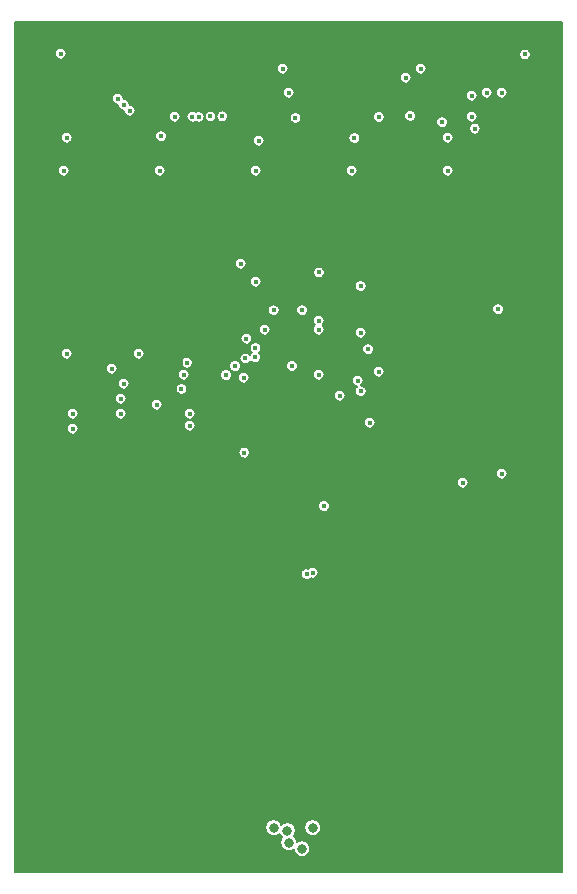
<source format=gbr>
%TF.GenerationSoftware,KiCad,Pcbnew,5.1.6*%
%TF.CreationDate,2021-05-06T17:12:19+02:00*%
%TF.ProjectId,nhci,6e686369-2e6b-4696-9361-645f70636258,rev?*%
%TF.SameCoordinates,Original*%
%TF.FileFunction,Copper,L2,Inr*%
%TF.FilePolarity,Positive*%
%FSLAX46Y46*%
G04 Gerber Fmt 4.6, Leading zero omitted, Abs format (unit mm)*
G04 Created by KiCad (PCBNEW 5.1.6) date 2021-05-06 17:12:19*
%MOMM*%
%LPD*%
G01*
G04 APERTURE LIST*
%TA.AperFunction,ViaPad*%
%ADD10C,0.400000*%
%TD*%
%TA.AperFunction,ViaPad*%
%ADD11C,0.800000*%
%TD*%
%TA.AperFunction,Conductor*%
%ADD12C,0.200000*%
%TD*%
G04 APERTURE END LIST*
D10*
%TO.N,GND*%
X44704000Y-100584000D03*
X80278000Y-106631999D03*
X86106000Y-108204000D03*
X77724000Y-109728000D03*
X86614000Y-100330000D03*
X45212000Y-108966000D03*
X47244000Y-106172000D03*
X53340000Y-108966000D03*
X55372000Y-105664000D03*
X61468000Y-108966000D03*
X63244597Y-105665403D03*
X69596000Y-108966000D03*
X72418000Y-106708000D03*
X43180000Y-141732000D03*
X58650685Y-127484685D03*
X58674000Y-120904000D03*
X71628000Y-127000000D03*
X68326000Y-129286000D03*
X65278000Y-123698000D03*
X62992000Y-129286000D03*
X62822362Y-126915638D03*
X64516000Y-119634000D03*
X66078001Y-122737796D03*
X65278000Y-126746000D03*
X67579905Y-125242132D03*
X68478001Y-121137795D03*
X56642000Y-126492000D03*
X71628000Y-120845999D03*
X83312000Y-127508000D03*
X78486000Y-136652000D03*
X83312000Y-138684000D03*
X66040000Y-144018000D03*
X67552000Y-138418000D03*
X80264000Y-143764000D03*
X69596000Y-149352000D03*
X57658000Y-138430000D03*
X47498000Y-128270000D03*
D11*
X78486000Y-167640000D03*
X62992000Y-167894000D03*
X69088000Y-167386000D03*
X54864000Y-167386000D03*
D10*
X60452000Y-122936000D03*
%TO.N,/P_REG*%
X76073000Y-105583000D03*
%TO.N,/P_IOWR*%
X60162000Y-105628000D03*
%TO.N,/P_IORD*%
X59162000Y-105644000D03*
%TO.N,/P_CE2*%
X57635065Y-105659570D03*
%TO.N,/P_WE*%
X66363011Y-105760001D03*
%TO.N,/P_OE*%
X58162000Y-105668000D03*
%TO.N,/P_CE1*%
X56134000Y-105664000D03*
%TO.N,/P_RESET*%
X73418000Y-105676000D03*
%TO.N,+5V*%
X65278000Y-101600000D03*
X79248000Y-107442000D03*
X46989000Y-107443000D03*
X54992000Y-107316000D03*
X63246000Y-107696000D03*
X71351000Y-107465000D03*
X83520000Y-121966000D03*
%TO.N,/P_D0*%
X51308000Y-104140000D03*
X81280000Y-103886000D03*
%TO.N,/P_D1*%
X51816000Y-104648000D03*
X82550000Y-103632000D03*
%TO.N,/P_D2*%
X52324000Y-105156000D03*
X83820000Y-103632000D03*
%TO.N,+3V3*%
X79248000Y-110236000D03*
X46736000Y-110236000D03*
X54864000Y-110236000D03*
X62992000Y-110236000D03*
X71120000Y-110236000D03*
X61976000Y-127762000D03*
X61722000Y-118110000D03*
X68340280Y-118849658D03*
X71628000Y-128016000D03*
X70104000Y-129286000D03*
X63754000Y-123698000D03*
X71882000Y-123952000D03*
X57168997Y-126494222D03*
X71882000Y-119991998D03*
X80518000Y-136652000D03*
X72644000Y-131572000D03*
X67306020Y-144396933D03*
X68768250Y-138618250D03*
X51816000Y-128270000D03*
X54610000Y-130048000D03*
%TO.N,/P_READY*%
X78780002Y-106131998D03*
X65786000Y-103632000D03*
%TO.N,/P_WAIT*%
X75692000Y-102362000D03*
X81546000Y-106680000D03*
%TO.N,/P_INPACK*%
X81280000Y-105664000D03*
X76962000Y-101600000D03*
%TO.N,Net-(C15-Pad2)*%
X68326000Y-123698000D03*
X62976095Y-125242132D03*
%TO.N,Net-(C15-Pad1)*%
X62200204Y-124459999D03*
X68326000Y-122936000D03*
%TO.N,+1V2*%
X62992000Y-119634000D03*
X62955715Y-126025106D03*
X66060132Y-126761905D03*
X83820000Y-135890000D03*
X72517000Y-125349000D03*
X64516000Y-122047000D03*
X71882000Y-128905000D03*
X66929000Y-122047000D03*
%TO.N,12MHz*%
X67818000Y-144272000D03*
X62026000Y-134112000D03*
D11*
%TO.N,Net-(C29-Pad1)*%
X67818000Y-165862000D03*
X64516000Y-165862000D03*
%TO.N,Net-(R19-Pad1)*%
X66921000Y-167640000D03*
X65667000Y-166116000D03*
%TO.N,Net-(R20-Pad1)*%
X65786000Y-167132000D03*
D10*
%TO.N,Net-(JP1-Pad2)*%
X46482000Y-100330000D03*
X85788500Y-100393500D03*
%TO.N,Net-(J1-Pad7)*%
X51562000Y-130810000D03*
X56712000Y-128708000D03*
%TO.N,Net-(J1-Pad5)*%
X51562000Y-129540000D03*
X56896000Y-127508000D03*
%TO.N,Net-(J1-Pad2)*%
X60483877Y-127529137D03*
X53086000Y-125730000D03*
X46990000Y-125730000D03*
%TO.N,Net-(J1-Pad1)*%
X50800000Y-127000000D03*
%TO.N,CRESET*%
X61248848Y-126775662D03*
X57404000Y-130810000D03*
X47498000Y-130810000D03*
%TO.N,CDONE*%
X62115143Y-126135184D03*
X57404000Y-131826000D03*
X47498000Y-132080000D03*
%TO.N,Net-(D1-Pad2)*%
X68326000Y-127508000D03*
X73406000Y-127254000D03*
%TD*%
D12*
%TO.N,GND*%
G36*
X88961000Y-169572000D02*
G01*
X42611000Y-169572000D01*
X42611000Y-165793056D01*
X63816000Y-165793056D01*
X63816000Y-165930944D01*
X63842901Y-166066182D01*
X63895668Y-166193574D01*
X63972274Y-166308224D01*
X64069776Y-166405726D01*
X64184426Y-166482332D01*
X64311818Y-166535099D01*
X64447056Y-166562000D01*
X64584944Y-166562000D01*
X64720182Y-166535099D01*
X64847574Y-166482332D01*
X64962224Y-166405726D01*
X65009678Y-166358272D01*
X65046668Y-166447574D01*
X65123274Y-166562224D01*
X65220776Y-166659726D01*
X65249279Y-166678771D01*
X65242274Y-166685776D01*
X65165668Y-166800426D01*
X65112901Y-166927818D01*
X65086000Y-167063056D01*
X65086000Y-167200944D01*
X65112901Y-167336182D01*
X65165668Y-167463574D01*
X65242274Y-167578224D01*
X65339776Y-167675726D01*
X65454426Y-167752332D01*
X65581818Y-167805099D01*
X65717056Y-167832000D01*
X65854944Y-167832000D01*
X65990182Y-167805099D01*
X66117574Y-167752332D01*
X66221000Y-167683226D01*
X66221000Y-167708944D01*
X66247901Y-167844182D01*
X66300668Y-167971574D01*
X66377274Y-168086224D01*
X66474776Y-168183726D01*
X66589426Y-168260332D01*
X66716818Y-168313099D01*
X66852056Y-168340000D01*
X66989944Y-168340000D01*
X67125182Y-168313099D01*
X67252574Y-168260332D01*
X67367224Y-168183726D01*
X67464726Y-168086224D01*
X67541332Y-167971574D01*
X67594099Y-167844182D01*
X67621000Y-167708944D01*
X67621000Y-167571056D01*
X67594099Y-167435818D01*
X67541332Y-167308426D01*
X67464726Y-167193776D01*
X67367224Y-167096274D01*
X67252574Y-167019668D01*
X67125182Y-166966901D01*
X66989944Y-166940000D01*
X66852056Y-166940000D01*
X66716818Y-166966901D01*
X66589426Y-167019668D01*
X66486000Y-167088774D01*
X66486000Y-167063056D01*
X66459099Y-166927818D01*
X66406332Y-166800426D01*
X66329726Y-166685776D01*
X66232224Y-166588274D01*
X66203721Y-166569229D01*
X66210726Y-166562224D01*
X66287332Y-166447574D01*
X66340099Y-166320182D01*
X66367000Y-166184944D01*
X66367000Y-166047056D01*
X66340099Y-165911818D01*
X66290907Y-165793056D01*
X67118000Y-165793056D01*
X67118000Y-165930944D01*
X67144901Y-166066182D01*
X67197668Y-166193574D01*
X67274274Y-166308224D01*
X67371776Y-166405726D01*
X67486426Y-166482332D01*
X67613818Y-166535099D01*
X67749056Y-166562000D01*
X67886944Y-166562000D01*
X68022182Y-166535099D01*
X68149574Y-166482332D01*
X68264224Y-166405726D01*
X68361726Y-166308224D01*
X68438332Y-166193574D01*
X68491099Y-166066182D01*
X68518000Y-165930944D01*
X68518000Y-165793056D01*
X68491099Y-165657818D01*
X68438332Y-165530426D01*
X68361726Y-165415776D01*
X68264224Y-165318274D01*
X68149574Y-165241668D01*
X68022182Y-165188901D01*
X67886944Y-165162000D01*
X67749056Y-165162000D01*
X67613818Y-165188901D01*
X67486426Y-165241668D01*
X67371776Y-165318274D01*
X67274274Y-165415776D01*
X67197668Y-165530426D01*
X67144901Y-165657818D01*
X67118000Y-165793056D01*
X66290907Y-165793056D01*
X66287332Y-165784426D01*
X66210726Y-165669776D01*
X66113224Y-165572274D01*
X65998574Y-165495668D01*
X65871182Y-165442901D01*
X65735944Y-165416000D01*
X65598056Y-165416000D01*
X65462818Y-165442901D01*
X65335426Y-165495668D01*
X65220776Y-165572274D01*
X65173322Y-165619728D01*
X65136332Y-165530426D01*
X65059726Y-165415776D01*
X64962224Y-165318274D01*
X64847574Y-165241668D01*
X64720182Y-165188901D01*
X64584944Y-165162000D01*
X64447056Y-165162000D01*
X64311818Y-165188901D01*
X64184426Y-165241668D01*
X64069776Y-165318274D01*
X63972274Y-165415776D01*
X63895668Y-165530426D01*
X63842901Y-165657818D01*
X63816000Y-165793056D01*
X42611000Y-165793056D01*
X42611000Y-144347687D01*
X66806020Y-144347687D01*
X66806020Y-144446179D01*
X66825235Y-144542778D01*
X66862926Y-144633772D01*
X66917645Y-144715664D01*
X66987289Y-144785308D01*
X67069181Y-144840027D01*
X67160175Y-144877718D01*
X67256774Y-144896933D01*
X67355266Y-144896933D01*
X67451865Y-144877718D01*
X67542859Y-144840027D01*
X67624751Y-144785308D01*
X67661633Y-144748426D01*
X67672155Y-144752785D01*
X67768754Y-144772000D01*
X67867246Y-144772000D01*
X67963845Y-144752785D01*
X68054839Y-144715094D01*
X68136731Y-144660375D01*
X68206375Y-144590731D01*
X68261094Y-144508839D01*
X68298785Y-144417845D01*
X68318000Y-144321246D01*
X68318000Y-144222754D01*
X68298785Y-144126155D01*
X68261094Y-144035161D01*
X68206375Y-143953269D01*
X68136731Y-143883625D01*
X68054839Y-143828906D01*
X67963845Y-143791215D01*
X67867246Y-143772000D01*
X67768754Y-143772000D01*
X67672155Y-143791215D01*
X67581161Y-143828906D01*
X67499269Y-143883625D01*
X67462387Y-143920507D01*
X67451865Y-143916148D01*
X67355266Y-143896933D01*
X67256774Y-143896933D01*
X67160175Y-143916148D01*
X67069181Y-143953839D01*
X66987289Y-144008558D01*
X66917645Y-144078202D01*
X66862926Y-144160094D01*
X66825235Y-144251088D01*
X66806020Y-144347687D01*
X42611000Y-144347687D01*
X42611000Y-138569004D01*
X68268250Y-138569004D01*
X68268250Y-138667496D01*
X68287465Y-138764095D01*
X68325156Y-138855089D01*
X68379875Y-138936981D01*
X68449519Y-139006625D01*
X68531411Y-139061344D01*
X68622405Y-139099035D01*
X68719004Y-139118250D01*
X68817496Y-139118250D01*
X68914095Y-139099035D01*
X69005089Y-139061344D01*
X69086981Y-139006625D01*
X69156625Y-138936981D01*
X69211344Y-138855089D01*
X69249035Y-138764095D01*
X69268250Y-138667496D01*
X69268250Y-138569004D01*
X69249035Y-138472405D01*
X69211344Y-138381411D01*
X69156625Y-138299519D01*
X69086981Y-138229875D01*
X69005089Y-138175156D01*
X68914095Y-138137465D01*
X68817496Y-138118250D01*
X68719004Y-138118250D01*
X68622405Y-138137465D01*
X68531411Y-138175156D01*
X68449519Y-138229875D01*
X68379875Y-138299519D01*
X68325156Y-138381411D01*
X68287465Y-138472405D01*
X68268250Y-138569004D01*
X42611000Y-138569004D01*
X42611000Y-136602754D01*
X80018000Y-136602754D01*
X80018000Y-136701246D01*
X80037215Y-136797845D01*
X80074906Y-136888839D01*
X80129625Y-136970731D01*
X80199269Y-137040375D01*
X80281161Y-137095094D01*
X80372155Y-137132785D01*
X80468754Y-137152000D01*
X80567246Y-137152000D01*
X80663845Y-137132785D01*
X80754839Y-137095094D01*
X80836731Y-137040375D01*
X80906375Y-136970731D01*
X80961094Y-136888839D01*
X80998785Y-136797845D01*
X81018000Y-136701246D01*
X81018000Y-136602754D01*
X80998785Y-136506155D01*
X80961094Y-136415161D01*
X80906375Y-136333269D01*
X80836731Y-136263625D01*
X80754839Y-136208906D01*
X80663845Y-136171215D01*
X80567246Y-136152000D01*
X80468754Y-136152000D01*
X80372155Y-136171215D01*
X80281161Y-136208906D01*
X80199269Y-136263625D01*
X80129625Y-136333269D01*
X80074906Y-136415161D01*
X80037215Y-136506155D01*
X80018000Y-136602754D01*
X42611000Y-136602754D01*
X42611000Y-135840754D01*
X83320000Y-135840754D01*
X83320000Y-135939246D01*
X83339215Y-136035845D01*
X83376906Y-136126839D01*
X83431625Y-136208731D01*
X83501269Y-136278375D01*
X83583161Y-136333094D01*
X83674155Y-136370785D01*
X83770754Y-136390000D01*
X83869246Y-136390000D01*
X83965845Y-136370785D01*
X84056839Y-136333094D01*
X84138731Y-136278375D01*
X84208375Y-136208731D01*
X84263094Y-136126839D01*
X84300785Y-136035845D01*
X84320000Y-135939246D01*
X84320000Y-135840754D01*
X84300785Y-135744155D01*
X84263094Y-135653161D01*
X84208375Y-135571269D01*
X84138731Y-135501625D01*
X84056839Y-135446906D01*
X83965845Y-135409215D01*
X83869246Y-135390000D01*
X83770754Y-135390000D01*
X83674155Y-135409215D01*
X83583161Y-135446906D01*
X83501269Y-135501625D01*
X83431625Y-135571269D01*
X83376906Y-135653161D01*
X83339215Y-135744155D01*
X83320000Y-135840754D01*
X42611000Y-135840754D01*
X42611000Y-134062754D01*
X61526000Y-134062754D01*
X61526000Y-134161246D01*
X61545215Y-134257845D01*
X61582906Y-134348839D01*
X61637625Y-134430731D01*
X61707269Y-134500375D01*
X61789161Y-134555094D01*
X61880155Y-134592785D01*
X61976754Y-134612000D01*
X62075246Y-134612000D01*
X62171845Y-134592785D01*
X62262839Y-134555094D01*
X62344731Y-134500375D01*
X62414375Y-134430731D01*
X62469094Y-134348839D01*
X62506785Y-134257845D01*
X62526000Y-134161246D01*
X62526000Y-134062754D01*
X62506785Y-133966155D01*
X62469094Y-133875161D01*
X62414375Y-133793269D01*
X62344731Y-133723625D01*
X62262839Y-133668906D01*
X62171845Y-133631215D01*
X62075246Y-133612000D01*
X61976754Y-133612000D01*
X61880155Y-133631215D01*
X61789161Y-133668906D01*
X61707269Y-133723625D01*
X61637625Y-133793269D01*
X61582906Y-133875161D01*
X61545215Y-133966155D01*
X61526000Y-134062754D01*
X42611000Y-134062754D01*
X42611000Y-132030754D01*
X46998000Y-132030754D01*
X46998000Y-132129246D01*
X47017215Y-132225845D01*
X47054906Y-132316839D01*
X47109625Y-132398731D01*
X47179269Y-132468375D01*
X47261161Y-132523094D01*
X47352155Y-132560785D01*
X47448754Y-132580000D01*
X47547246Y-132580000D01*
X47643845Y-132560785D01*
X47734839Y-132523094D01*
X47816731Y-132468375D01*
X47886375Y-132398731D01*
X47941094Y-132316839D01*
X47978785Y-132225845D01*
X47998000Y-132129246D01*
X47998000Y-132030754D01*
X47978785Y-131934155D01*
X47941094Y-131843161D01*
X47896722Y-131776754D01*
X56904000Y-131776754D01*
X56904000Y-131875246D01*
X56923215Y-131971845D01*
X56960906Y-132062839D01*
X57015625Y-132144731D01*
X57085269Y-132214375D01*
X57167161Y-132269094D01*
X57258155Y-132306785D01*
X57354754Y-132326000D01*
X57453246Y-132326000D01*
X57549845Y-132306785D01*
X57640839Y-132269094D01*
X57722731Y-132214375D01*
X57792375Y-132144731D01*
X57847094Y-132062839D01*
X57884785Y-131971845D01*
X57904000Y-131875246D01*
X57904000Y-131776754D01*
X57884785Y-131680155D01*
X57847094Y-131589161D01*
X57802722Y-131522754D01*
X72144000Y-131522754D01*
X72144000Y-131621246D01*
X72163215Y-131717845D01*
X72200906Y-131808839D01*
X72255625Y-131890731D01*
X72325269Y-131960375D01*
X72407161Y-132015094D01*
X72498155Y-132052785D01*
X72594754Y-132072000D01*
X72693246Y-132072000D01*
X72789845Y-132052785D01*
X72880839Y-132015094D01*
X72962731Y-131960375D01*
X73032375Y-131890731D01*
X73087094Y-131808839D01*
X73124785Y-131717845D01*
X73144000Y-131621246D01*
X73144000Y-131522754D01*
X73124785Y-131426155D01*
X73087094Y-131335161D01*
X73032375Y-131253269D01*
X72962731Y-131183625D01*
X72880839Y-131128906D01*
X72789845Y-131091215D01*
X72693246Y-131072000D01*
X72594754Y-131072000D01*
X72498155Y-131091215D01*
X72407161Y-131128906D01*
X72325269Y-131183625D01*
X72255625Y-131253269D01*
X72200906Y-131335161D01*
X72163215Y-131426155D01*
X72144000Y-131522754D01*
X57802722Y-131522754D01*
X57792375Y-131507269D01*
X57722731Y-131437625D01*
X57640839Y-131382906D01*
X57549845Y-131345215D01*
X57453246Y-131326000D01*
X57354754Y-131326000D01*
X57258155Y-131345215D01*
X57167161Y-131382906D01*
X57085269Y-131437625D01*
X57015625Y-131507269D01*
X56960906Y-131589161D01*
X56923215Y-131680155D01*
X56904000Y-131776754D01*
X47896722Y-131776754D01*
X47886375Y-131761269D01*
X47816731Y-131691625D01*
X47734839Y-131636906D01*
X47643845Y-131599215D01*
X47547246Y-131580000D01*
X47448754Y-131580000D01*
X47352155Y-131599215D01*
X47261161Y-131636906D01*
X47179269Y-131691625D01*
X47109625Y-131761269D01*
X47054906Y-131843161D01*
X47017215Y-131934155D01*
X46998000Y-132030754D01*
X42611000Y-132030754D01*
X42611000Y-130760754D01*
X46998000Y-130760754D01*
X46998000Y-130859246D01*
X47017215Y-130955845D01*
X47054906Y-131046839D01*
X47109625Y-131128731D01*
X47179269Y-131198375D01*
X47261161Y-131253094D01*
X47352155Y-131290785D01*
X47448754Y-131310000D01*
X47547246Y-131310000D01*
X47643845Y-131290785D01*
X47734839Y-131253094D01*
X47816731Y-131198375D01*
X47886375Y-131128731D01*
X47941094Y-131046839D01*
X47978785Y-130955845D01*
X47998000Y-130859246D01*
X47998000Y-130760754D01*
X51062000Y-130760754D01*
X51062000Y-130859246D01*
X51081215Y-130955845D01*
X51118906Y-131046839D01*
X51173625Y-131128731D01*
X51243269Y-131198375D01*
X51325161Y-131253094D01*
X51416155Y-131290785D01*
X51512754Y-131310000D01*
X51611246Y-131310000D01*
X51707845Y-131290785D01*
X51798839Y-131253094D01*
X51880731Y-131198375D01*
X51950375Y-131128731D01*
X52005094Y-131046839D01*
X52042785Y-130955845D01*
X52062000Y-130859246D01*
X52062000Y-130760754D01*
X56904000Y-130760754D01*
X56904000Y-130859246D01*
X56923215Y-130955845D01*
X56960906Y-131046839D01*
X57015625Y-131128731D01*
X57085269Y-131198375D01*
X57167161Y-131253094D01*
X57258155Y-131290785D01*
X57354754Y-131310000D01*
X57453246Y-131310000D01*
X57549845Y-131290785D01*
X57640839Y-131253094D01*
X57722731Y-131198375D01*
X57792375Y-131128731D01*
X57847094Y-131046839D01*
X57884785Y-130955845D01*
X57904000Y-130859246D01*
X57904000Y-130760754D01*
X57884785Y-130664155D01*
X57847094Y-130573161D01*
X57792375Y-130491269D01*
X57722731Y-130421625D01*
X57640839Y-130366906D01*
X57549845Y-130329215D01*
X57453246Y-130310000D01*
X57354754Y-130310000D01*
X57258155Y-130329215D01*
X57167161Y-130366906D01*
X57085269Y-130421625D01*
X57015625Y-130491269D01*
X56960906Y-130573161D01*
X56923215Y-130664155D01*
X56904000Y-130760754D01*
X52062000Y-130760754D01*
X52042785Y-130664155D01*
X52005094Y-130573161D01*
X51950375Y-130491269D01*
X51880731Y-130421625D01*
X51798839Y-130366906D01*
X51707845Y-130329215D01*
X51611246Y-130310000D01*
X51512754Y-130310000D01*
X51416155Y-130329215D01*
X51325161Y-130366906D01*
X51243269Y-130421625D01*
X51173625Y-130491269D01*
X51118906Y-130573161D01*
X51081215Y-130664155D01*
X51062000Y-130760754D01*
X47998000Y-130760754D01*
X47978785Y-130664155D01*
X47941094Y-130573161D01*
X47886375Y-130491269D01*
X47816731Y-130421625D01*
X47734839Y-130366906D01*
X47643845Y-130329215D01*
X47547246Y-130310000D01*
X47448754Y-130310000D01*
X47352155Y-130329215D01*
X47261161Y-130366906D01*
X47179269Y-130421625D01*
X47109625Y-130491269D01*
X47054906Y-130573161D01*
X47017215Y-130664155D01*
X46998000Y-130760754D01*
X42611000Y-130760754D01*
X42611000Y-129490754D01*
X51062000Y-129490754D01*
X51062000Y-129589246D01*
X51081215Y-129685845D01*
X51118906Y-129776839D01*
X51173625Y-129858731D01*
X51243269Y-129928375D01*
X51325161Y-129983094D01*
X51416155Y-130020785D01*
X51512754Y-130040000D01*
X51611246Y-130040000D01*
X51707845Y-130020785D01*
X51761032Y-129998754D01*
X54110000Y-129998754D01*
X54110000Y-130097246D01*
X54129215Y-130193845D01*
X54166906Y-130284839D01*
X54221625Y-130366731D01*
X54291269Y-130436375D01*
X54373161Y-130491094D01*
X54464155Y-130528785D01*
X54560754Y-130548000D01*
X54659246Y-130548000D01*
X54755845Y-130528785D01*
X54846839Y-130491094D01*
X54928731Y-130436375D01*
X54998375Y-130366731D01*
X55053094Y-130284839D01*
X55090785Y-130193845D01*
X55110000Y-130097246D01*
X55110000Y-129998754D01*
X55090785Y-129902155D01*
X55053094Y-129811161D01*
X54998375Y-129729269D01*
X54928731Y-129659625D01*
X54846839Y-129604906D01*
X54755845Y-129567215D01*
X54659246Y-129548000D01*
X54560754Y-129548000D01*
X54464155Y-129567215D01*
X54373161Y-129604906D01*
X54291269Y-129659625D01*
X54221625Y-129729269D01*
X54166906Y-129811161D01*
X54129215Y-129902155D01*
X54110000Y-129998754D01*
X51761032Y-129998754D01*
X51798839Y-129983094D01*
X51880731Y-129928375D01*
X51950375Y-129858731D01*
X52005094Y-129776839D01*
X52042785Y-129685845D01*
X52062000Y-129589246D01*
X52062000Y-129490754D01*
X52042785Y-129394155D01*
X52005094Y-129303161D01*
X51960722Y-129236754D01*
X69604000Y-129236754D01*
X69604000Y-129335246D01*
X69623215Y-129431845D01*
X69660906Y-129522839D01*
X69715625Y-129604731D01*
X69785269Y-129674375D01*
X69867161Y-129729094D01*
X69958155Y-129766785D01*
X70054754Y-129786000D01*
X70153246Y-129786000D01*
X70249845Y-129766785D01*
X70340839Y-129729094D01*
X70422731Y-129674375D01*
X70492375Y-129604731D01*
X70547094Y-129522839D01*
X70584785Y-129431845D01*
X70604000Y-129335246D01*
X70604000Y-129236754D01*
X70584785Y-129140155D01*
X70547094Y-129049161D01*
X70492375Y-128967269D01*
X70422731Y-128897625D01*
X70340839Y-128842906D01*
X70249845Y-128805215D01*
X70153246Y-128786000D01*
X70054754Y-128786000D01*
X69958155Y-128805215D01*
X69867161Y-128842906D01*
X69785269Y-128897625D01*
X69715625Y-128967269D01*
X69660906Y-129049161D01*
X69623215Y-129140155D01*
X69604000Y-129236754D01*
X51960722Y-129236754D01*
X51950375Y-129221269D01*
X51880731Y-129151625D01*
X51798839Y-129096906D01*
X51707845Y-129059215D01*
X51611246Y-129040000D01*
X51512754Y-129040000D01*
X51416155Y-129059215D01*
X51325161Y-129096906D01*
X51243269Y-129151625D01*
X51173625Y-129221269D01*
X51118906Y-129303161D01*
X51081215Y-129394155D01*
X51062000Y-129490754D01*
X42611000Y-129490754D01*
X42611000Y-128220754D01*
X51316000Y-128220754D01*
X51316000Y-128319246D01*
X51335215Y-128415845D01*
X51372906Y-128506839D01*
X51427625Y-128588731D01*
X51497269Y-128658375D01*
X51579161Y-128713094D01*
X51670155Y-128750785D01*
X51766754Y-128770000D01*
X51865246Y-128770000D01*
X51961845Y-128750785D01*
X52052839Y-128713094D01*
X52134163Y-128658754D01*
X56212000Y-128658754D01*
X56212000Y-128757246D01*
X56231215Y-128853845D01*
X56268906Y-128944839D01*
X56323625Y-129026731D01*
X56393269Y-129096375D01*
X56475161Y-129151094D01*
X56566155Y-129188785D01*
X56662754Y-129208000D01*
X56761246Y-129208000D01*
X56857845Y-129188785D01*
X56948839Y-129151094D01*
X57030731Y-129096375D01*
X57100375Y-129026731D01*
X57155094Y-128944839D01*
X57192785Y-128853845D01*
X57212000Y-128757246D01*
X57212000Y-128658754D01*
X57192785Y-128562155D01*
X57155094Y-128471161D01*
X57100375Y-128389269D01*
X57030731Y-128319625D01*
X56948839Y-128264906D01*
X56857845Y-128227215D01*
X56761246Y-128208000D01*
X56662754Y-128208000D01*
X56566155Y-128227215D01*
X56475161Y-128264906D01*
X56393269Y-128319625D01*
X56323625Y-128389269D01*
X56268906Y-128471161D01*
X56231215Y-128562155D01*
X56212000Y-128658754D01*
X52134163Y-128658754D01*
X52134731Y-128658375D01*
X52204375Y-128588731D01*
X52259094Y-128506839D01*
X52296785Y-128415845D01*
X52316000Y-128319246D01*
X52316000Y-128220754D01*
X52296785Y-128124155D01*
X52259094Y-128033161D01*
X52204375Y-127951269D01*
X52134731Y-127881625D01*
X52052839Y-127826906D01*
X51961845Y-127789215D01*
X51865246Y-127770000D01*
X51766754Y-127770000D01*
X51670155Y-127789215D01*
X51579161Y-127826906D01*
X51497269Y-127881625D01*
X51427625Y-127951269D01*
X51372906Y-128033161D01*
X51335215Y-128124155D01*
X51316000Y-128220754D01*
X42611000Y-128220754D01*
X42611000Y-126950754D01*
X50300000Y-126950754D01*
X50300000Y-127049246D01*
X50319215Y-127145845D01*
X50356906Y-127236839D01*
X50411625Y-127318731D01*
X50481269Y-127388375D01*
X50563161Y-127443094D01*
X50654155Y-127480785D01*
X50750754Y-127500000D01*
X50849246Y-127500000D01*
X50945845Y-127480785D01*
X50999032Y-127458754D01*
X56396000Y-127458754D01*
X56396000Y-127557246D01*
X56415215Y-127653845D01*
X56452906Y-127744839D01*
X56507625Y-127826731D01*
X56577269Y-127896375D01*
X56659161Y-127951094D01*
X56750155Y-127988785D01*
X56846754Y-128008000D01*
X56945246Y-128008000D01*
X57041845Y-127988785D01*
X57132839Y-127951094D01*
X57214731Y-127896375D01*
X57284375Y-127826731D01*
X57339094Y-127744839D01*
X57376785Y-127653845D01*
X57396000Y-127557246D01*
X57396000Y-127479891D01*
X59983877Y-127479891D01*
X59983877Y-127578383D01*
X60003092Y-127674982D01*
X60040783Y-127765976D01*
X60095502Y-127847868D01*
X60165146Y-127917512D01*
X60247038Y-127972231D01*
X60338032Y-128009922D01*
X60434631Y-128029137D01*
X60533123Y-128029137D01*
X60629722Y-128009922D01*
X60720716Y-127972231D01*
X60802608Y-127917512D01*
X60872252Y-127847868D01*
X60926971Y-127765976D01*
X60949016Y-127712754D01*
X61476000Y-127712754D01*
X61476000Y-127811246D01*
X61495215Y-127907845D01*
X61532906Y-127998839D01*
X61587625Y-128080731D01*
X61657269Y-128150375D01*
X61739161Y-128205094D01*
X61830155Y-128242785D01*
X61926754Y-128262000D01*
X62025246Y-128262000D01*
X62121845Y-128242785D01*
X62212839Y-128205094D01*
X62294731Y-128150375D01*
X62364375Y-128080731D01*
X62419094Y-127998839D01*
X62456785Y-127907845D01*
X62476000Y-127811246D01*
X62476000Y-127712754D01*
X62456785Y-127616155D01*
X62419094Y-127525161D01*
X62374722Y-127458754D01*
X67826000Y-127458754D01*
X67826000Y-127557246D01*
X67845215Y-127653845D01*
X67882906Y-127744839D01*
X67937625Y-127826731D01*
X68007269Y-127896375D01*
X68089161Y-127951094D01*
X68180155Y-127988785D01*
X68276754Y-128008000D01*
X68375246Y-128008000D01*
X68471845Y-127988785D01*
X68525032Y-127966754D01*
X71128000Y-127966754D01*
X71128000Y-128065246D01*
X71147215Y-128161845D01*
X71184906Y-128252839D01*
X71239625Y-128334731D01*
X71309269Y-128404375D01*
X71391161Y-128459094D01*
X71482155Y-128496785D01*
X71567542Y-128513770D01*
X71563269Y-128516625D01*
X71493625Y-128586269D01*
X71438906Y-128668161D01*
X71401215Y-128759155D01*
X71382000Y-128855754D01*
X71382000Y-128954246D01*
X71401215Y-129050845D01*
X71438906Y-129141839D01*
X71493625Y-129223731D01*
X71563269Y-129293375D01*
X71645161Y-129348094D01*
X71736155Y-129385785D01*
X71832754Y-129405000D01*
X71931246Y-129405000D01*
X72027845Y-129385785D01*
X72118839Y-129348094D01*
X72200731Y-129293375D01*
X72270375Y-129223731D01*
X72325094Y-129141839D01*
X72362785Y-129050845D01*
X72382000Y-128954246D01*
X72382000Y-128855754D01*
X72362785Y-128759155D01*
X72325094Y-128668161D01*
X72270375Y-128586269D01*
X72200731Y-128516625D01*
X72118839Y-128461906D01*
X72027845Y-128424215D01*
X71942458Y-128407230D01*
X71946731Y-128404375D01*
X72016375Y-128334731D01*
X72071094Y-128252839D01*
X72108785Y-128161845D01*
X72128000Y-128065246D01*
X72128000Y-127966754D01*
X72108785Y-127870155D01*
X72071094Y-127779161D01*
X72016375Y-127697269D01*
X71946731Y-127627625D01*
X71864839Y-127572906D01*
X71773845Y-127535215D01*
X71677246Y-127516000D01*
X71578754Y-127516000D01*
X71482155Y-127535215D01*
X71391161Y-127572906D01*
X71309269Y-127627625D01*
X71239625Y-127697269D01*
X71184906Y-127779161D01*
X71147215Y-127870155D01*
X71128000Y-127966754D01*
X68525032Y-127966754D01*
X68562839Y-127951094D01*
X68644731Y-127896375D01*
X68714375Y-127826731D01*
X68769094Y-127744839D01*
X68806785Y-127653845D01*
X68826000Y-127557246D01*
X68826000Y-127458754D01*
X68806785Y-127362155D01*
X68769094Y-127271161D01*
X68724722Y-127204754D01*
X72906000Y-127204754D01*
X72906000Y-127303246D01*
X72925215Y-127399845D01*
X72962906Y-127490839D01*
X73017625Y-127572731D01*
X73087269Y-127642375D01*
X73169161Y-127697094D01*
X73260155Y-127734785D01*
X73356754Y-127754000D01*
X73455246Y-127754000D01*
X73551845Y-127734785D01*
X73642839Y-127697094D01*
X73724731Y-127642375D01*
X73794375Y-127572731D01*
X73849094Y-127490839D01*
X73886785Y-127399845D01*
X73906000Y-127303246D01*
X73906000Y-127204754D01*
X73886785Y-127108155D01*
X73849094Y-127017161D01*
X73794375Y-126935269D01*
X73724731Y-126865625D01*
X73642839Y-126810906D01*
X73551845Y-126773215D01*
X73455246Y-126754000D01*
X73356754Y-126754000D01*
X73260155Y-126773215D01*
X73169161Y-126810906D01*
X73087269Y-126865625D01*
X73017625Y-126935269D01*
X72962906Y-127017161D01*
X72925215Y-127108155D01*
X72906000Y-127204754D01*
X68724722Y-127204754D01*
X68714375Y-127189269D01*
X68644731Y-127119625D01*
X68562839Y-127064906D01*
X68471845Y-127027215D01*
X68375246Y-127008000D01*
X68276754Y-127008000D01*
X68180155Y-127027215D01*
X68089161Y-127064906D01*
X68007269Y-127119625D01*
X67937625Y-127189269D01*
X67882906Y-127271161D01*
X67845215Y-127362155D01*
X67826000Y-127458754D01*
X62374722Y-127458754D01*
X62364375Y-127443269D01*
X62294731Y-127373625D01*
X62212839Y-127318906D01*
X62121845Y-127281215D01*
X62025246Y-127262000D01*
X61926754Y-127262000D01*
X61830155Y-127281215D01*
X61739161Y-127318906D01*
X61657269Y-127373625D01*
X61587625Y-127443269D01*
X61532906Y-127525161D01*
X61495215Y-127616155D01*
X61476000Y-127712754D01*
X60949016Y-127712754D01*
X60964662Y-127674982D01*
X60983877Y-127578383D01*
X60983877Y-127479891D01*
X60964662Y-127383292D01*
X60926971Y-127292298D01*
X60872252Y-127210406D01*
X60802608Y-127140762D01*
X60720716Y-127086043D01*
X60629722Y-127048352D01*
X60533123Y-127029137D01*
X60434631Y-127029137D01*
X60338032Y-127048352D01*
X60247038Y-127086043D01*
X60165146Y-127140762D01*
X60095502Y-127210406D01*
X60040783Y-127292298D01*
X60003092Y-127383292D01*
X59983877Y-127479891D01*
X57396000Y-127479891D01*
X57396000Y-127458754D01*
X57376785Y-127362155D01*
X57339094Y-127271161D01*
X57284375Y-127189269D01*
X57214731Y-127119625D01*
X57132839Y-127064906D01*
X57041845Y-127027215D01*
X56945246Y-127008000D01*
X56846754Y-127008000D01*
X56750155Y-127027215D01*
X56659161Y-127064906D01*
X56577269Y-127119625D01*
X56507625Y-127189269D01*
X56452906Y-127271161D01*
X56415215Y-127362155D01*
X56396000Y-127458754D01*
X50999032Y-127458754D01*
X51036839Y-127443094D01*
X51118731Y-127388375D01*
X51188375Y-127318731D01*
X51243094Y-127236839D01*
X51280785Y-127145845D01*
X51300000Y-127049246D01*
X51300000Y-126950754D01*
X51280785Y-126854155D01*
X51243094Y-126763161D01*
X51188375Y-126681269D01*
X51118731Y-126611625D01*
X51036839Y-126556906D01*
X50945845Y-126519215D01*
X50849246Y-126500000D01*
X50750754Y-126500000D01*
X50654155Y-126519215D01*
X50563161Y-126556906D01*
X50481269Y-126611625D01*
X50411625Y-126681269D01*
X50356906Y-126763161D01*
X50319215Y-126854155D01*
X50300000Y-126950754D01*
X42611000Y-126950754D01*
X42611000Y-126444976D01*
X56668997Y-126444976D01*
X56668997Y-126543468D01*
X56688212Y-126640067D01*
X56725903Y-126731061D01*
X56780622Y-126812953D01*
X56850266Y-126882597D01*
X56932158Y-126937316D01*
X57023152Y-126975007D01*
X57119751Y-126994222D01*
X57218243Y-126994222D01*
X57314842Y-126975007D01*
X57405836Y-126937316D01*
X57487728Y-126882597D01*
X57557372Y-126812953D01*
X57612091Y-126731061D01*
X57614015Y-126726416D01*
X60748848Y-126726416D01*
X60748848Y-126824908D01*
X60768063Y-126921507D01*
X60805754Y-127012501D01*
X60860473Y-127094393D01*
X60930117Y-127164037D01*
X61012009Y-127218756D01*
X61103003Y-127256447D01*
X61199602Y-127275662D01*
X61298094Y-127275662D01*
X61394693Y-127256447D01*
X61485687Y-127218756D01*
X61567579Y-127164037D01*
X61637223Y-127094393D01*
X61691942Y-127012501D01*
X61729633Y-126921507D01*
X61748848Y-126824908D01*
X61748848Y-126726416D01*
X61746112Y-126712659D01*
X65560132Y-126712659D01*
X65560132Y-126811151D01*
X65579347Y-126907750D01*
X65617038Y-126998744D01*
X65671757Y-127080636D01*
X65741401Y-127150280D01*
X65823293Y-127204999D01*
X65914287Y-127242690D01*
X66010886Y-127261905D01*
X66109378Y-127261905D01*
X66205977Y-127242690D01*
X66296971Y-127204999D01*
X66378863Y-127150280D01*
X66448507Y-127080636D01*
X66503226Y-126998744D01*
X66540917Y-126907750D01*
X66560132Y-126811151D01*
X66560132Y-126712659D01*
X66540917Y-126616060D01*
X66503226Y-126525066D01*
X66448507Y-126443174D01*
X66378863Y-126373530D01*
X66296971Y-126318811D01*
X66205977Y-126281120D01*
X66109378Y-126261905D01*
X66010886Y-126261905D01*
X65914287Y-126281120D01*
X65823293Y-126318811D01*
X65741401Y-126373530D01*
X65671757Y-126443174D01*
X65617038Y-126525066D01*
X65579347Y-126616060D01*
X65560132Y-126712659D01*
X61746112Y-126712659D01*
X61729633Y-126629817D01*
X61691942Y-126538823D01*
X61637223Y-126456931D01*
X61567579Y-126387287D01*
X61485687Y-126332568D01*
X61394693Y-126294877D01*
X61298094Y-126275662D01*
X61199602Y-126275662D01*
X61103003Y-126294877D01*
X61012009Y-126332568D01*
X60930117Y-126387287D01*
X60860473Y-126456931D01*
X60805754Y-126538823D01*
X60768063Y-126629817D01*
X60748848Y-126726416D01*
X57614015Y-126726416D01*
X57649782Y-126640067D01*
X57668997Y-126543468D01*
X57668997Y-126444976D01*
X57649782Y-126348377D01*
X57612091Y-126257383D01*
X57557372Y-126175491D01*
X57487728Y-126105847D01*
X57457933Y-126085938D01*
X61615143Y-126085938D01*
X61615143Y-126184430D01*
X61634358Y-126281029D01*
X61672049Y-126372023D01*
X61726768Y-126453915D01*
X61796412Y-126523559D01*
X61878304Y-126578278D01*
X61969298Y-126615969D01*
X62065897Y-126635184D01*
X62164389Y-126635184D01*
X62260988Y-126615969D01*
X62351982Y-126578278D01*
X62433874Y-126523559D01*
X62503518Y-126453915D01*
X62558237Y-126372023D01*
X62569159Y-126345656D01*
X62636984Y-126413481D01*
X62718876Y-126468200D01*
X62809870Y-126505891D01*
X62906469Y-126525106D01*
X63004961Y-126525106D01*
X63101560Y-126505891D01*
X63192554Y-126468200D01*
X63274446Y-126413481D01*
X63344090Y-126343837D01*
X63398809Y-126261945D01*
X63436500Y-126170951D01*
X63455715Y-126074352D01*
X63455715Y-125975860D01*
X63436500Y-125879261D01*
X63398809Y-125788267D01*
X63344090Y-125706375D01*
X63278878Y-125641163D01*
X63294826Y-125630507D01*
X63364470Y-125560863D01*
X63419189Y-125478971D01*
X63456880Y-125387977D01*
X63474428Y-125299754D01*
X72017000Y-125299754D01*
X72017000Y-125398246D01*
X72036215Y-125494845D01*
X72073906Y-125585839D01*
X72128625Y-125667731D01*
X72198269Y-125737375D01*
X72280161Y-125792094D01*
X72371155Y-125829785D01*
X72467754Y-125849000D01*
X72566246Y-125849000D01*
X72662845Y-125829785D01*
X72753839Y-125792094D01*
X72835731Y-125737375D01*
X72905375Y-125667731D01*
X72960094Y-125585839D01*
X72997785Y-125494845D01*
X73017000Y-125398246D01*
X73017000Y-125299754D01*
X72997785Y-125203155D01*
X72960094Y-125112161D01*
X72905375Y-125030269D01*
X72835731Y-124960625D01*
X72753839Y-124905906D01*
X72662845Y-124868215D01*
X72566246Y-124849000D01*
X72467754Y-124849000D01*
X72371155Y-124868215D01*
X72280161Y-124905906D01*
X72198269Y-124960625D01*
X72128625Y-125030269D01*
X72073906Y-125112161D01*
X72036215Y-125203155D01*
X72017000Y-125299754D01*
X63474428Y-125299754D01*
X63476095Y-125291378D01*
X63476095Y-125192886D01*
X63456880Y-125096287D01*
X63419189Y-125005293D01*
X63364470Y-124923401D01*
X63294826Y-124853757D01*
X63212934Y-124799038D01*
X63121940Y-124761347D01*
X63025341Y-124742132D01*
X62926849Y-124742132D01*
X62830250Y-124761347D01*
X62739256Y-124799038D01*
X62657364Y-124853757D01*
X62587720Y-124923401D01*
X62533001Y-125005293D01*
X62495310Y-125096287D01*
X62476095Y-125192886D01*
X62476095Y-125291378D01*
X62495310Y-125387977D01*
X62533001Y-125478971D01*
X62587720Y-125560863D01*
X62652932Y-125626075D01*
X62636984Y-125636731D01*
X62567340Y-125706375D01*
X62512621Y-125788267D01*
X62501699Y-125814634D01*
X62433874Y-125746809D01*
X62351982Y-125692090D01*
X62260988Y-125654399D01*
X62164389Y-125635184D01*
X62065897Y-125635184D01*
X61969298Y-125654399D01*
X61878304Y-125692090D01*
X61796412Y-125746809D01*
X61726768Y-125816453D01*
X61672049Y-125898345D01*
X61634358Y-125989339D01*
X61615143Y-126085938D01*
X57457933Y-126085938D01*
X57405836Y-126051128D01*
X57314842Y-126013437D01*
X57218243Y-125994222D01*
X57119751Y-125994222D01*
X57023152Y-126013437D01*
X56932158Y-126051128D01*
X56850266Y-126105847D01*
X56780622Y-126175491D01*
X56725903Y-126257383D01*
X56688212Y-126348377D01*
X56668997Y-126444976D01*
X42611000Y-126444976D01*
X42611000Y-125680754D01*
X46490000Y-125680754D01*
X46490000Y-125779246D01*
X46509215Y-125875845D01*
X46546906Y-125966839D01*
X46601625Y-126048731D01*
X46671269Y-126118375D01*
X46753161Y-126173094D01*
X46844155Y-126210785D01*
X46940754Y-126230000D01*
X47039246Y-126230000D01*
X47135845Y-126210785D01*
X47226839Y-126173094D01*
X47308731Y-126118375D01*
X47378375Y-126048731D01*
X47433094Y-125966839D01*
X47470785Y-125875845D01*
X47490000Y-125779246D01*
X47490000Y-125680754D01*
X52586000Y-125680754D01*
X52586000Y-125779246D01*
X52605215Y-125875845D01*
X52642906Y-125966839D01*
X52697625Y-126048731D01*
X52767269Y-126118375D01*
X52849161Y-126173094D01*
X52940155Y-126210785D01*
X53036754Y-126230000D01*
X53135246Y-126230000D01*
X53231845Y-126210785D01*
X53322839Y-126173094D01*
X53404731Y-126118375D01*
X53474375Y-126048731D01*
X53529094Y-125966839D01*
X53566785Y-125875845D01*
X53586000Y-125779246D01*
X53586000Y-125680754D01*
X53566785Y-125584155D01*
X53529094Y-125493161D01*
X53474375Y-125411269D01*
X53404731Y-125341625D01*
X53322839Y-125286906D01*
X53231845Y-125249215D01*
X53135246Y-125230000D01*
X53036754Y-125230000D01*
X52940155Y-125249215D01*
X52849161Y-125286906D01*
X52767269Y-125341625D01*
X52697625Y-125411269D01*
X52642906Y-125493161D01*
X52605215Y-125584155D01*
X52586000Y-125680754D01*
X47490000Y-125680754D01*
X47470785Y-125584155D01*
X47433094Y-125493161D01*
X47378375Y-125411269D01*
X47308731Y-125341625D01*
X47226839Y-125286906D01*
X47135845Y-125249215D01*
X47039246Y-125230000D01*
X46940754Y-125230000D01*
X46844155Y-125249215D01*
X46753161Y-125286906D01*
X46671269Y-125341625D01*
X46601625Y-125411269D01*
X46546906Y-125493161D01*
X46509215Y-125584155D01*
X46490000Y-125680754D01*
X42611000Y-125680754D01*
X42611000Y-124410753D01*
X61700204Y-124410753D01*
X61700204Y-124509245D01*
X61719419Y-124605844D01*
X61757110Y-124696838D01*
X61811829Y-124778730D01*
X61881473Y-124848374D01*
X61963365Y-124903093D01*
X62054359Y-124940784D01*
X62150958Y-124959999D01*
X62249450Y-124959999D01*
X62346049Y-124940784D01*
X62437043Y-124903093D01*
X62518935Y-124848374D01*
X62588579Y-124778730D01*
X62643298Y-124696838D01*
X62680989Y-124605844D01*
X62700204Y-124509245D01*
X62700204Y-124410753D01*
X62680989Y-124314154D01*
X62643298Y-124223160D01*
X62588579Y-124141268D01*
X62518935Y-124071624D01*
X62437043Y-124016905D01*
X62346049Y-123979214D01*
X62249450Y-123959999D01*
X62150958Y-123959999D01*
X62054359Y-123979214D01*
X61963365Y-124016905D01*
X61881473Y-124071624D01*
X61811829Y-124141268D01*
X61757110Y-124223160D01*
X61719419Y-124314154D01*
X61700204Y-124410753D01*
X42611000Y-124410753D01*
X42611000Y-123648754D01*
X63254000Y-123648754D01*
X63254000Y-123747246D01*
X63273215Y-123843845D01*
X63310906Y-123934839D01*
X63365625Y-124016731D01*
X63435269Y-124086375D01*
X63517161Y-124141094D01*
X63608155Y-124178785D01*
X63704754Y-124198000D01*
X63803246Y-124198000D01*
X63899845Y-124178785D01*
X63990839Y-124141094D01*
X64072731Y-124086375D01*
X64142375Y-124016731D01*
X64197094Y-123934839D01*
X64234785Y-123843845D01*
X64254000Y-123747246D01*
X64254000Y-123648754D01*
X64234785Y-123552155D01*
X64197094Y-123461161D01*
X64142375Y-123379269D01*
X64072731Y-123309625D01*
X63990839Y-123254906D01*
X63899845Y-123217215D01*
X63803246Y-123198000D01*
X63704754Y-123198000D01*
X63608155Y-123217215D01*
X63517161Y-123254906D01*
X63435269Y-123309625D01*
X63365625Y-123379269D01*
X63310906Y-123461161D01*
X63273215Y-123552155D01*
X63254000Y-123648754D01*
X42611000Y-123648754D01*
X42611000Y-122886754D01*
X67826000Y-122886754D01*
X67826000Y-122985246D01*
X67845215Y-123081845D01*
X67882906Y-123172839D01*
X67937625Y-123254731D01*
X67999894Y-123317000D01*
X67937625Y-123379269D01*
X67882906Y-123461161D01*
X67845215Y-123552155D01*
X67826000Y-123648754D01*
X67826000Y-123747246D01*
X67845215Y-123843845D01*
X67882906Y-123934839D01*
X67937625Y-124016731D01*
X68007269Y-124086375D01*
X68089161Y-124141094D01*
X68180155Y-124178785D01*
X68276754Y-124198000D01*
X68375246Y-124198000D01*
X68471845Y-124178785D01*
X68562839Y-124141094D01*
X68644731Y-124086375D01*
X68714375Y-124016731D01*
X68769094Y-123934839D01*
X68782384Y-123902754D01*
X71382000Y-123902754D01*
X71382000Y-124001246D01*
X71401215Y-124097845D01*
X71438906Y-124188839D01*
X71493625Y-124270731D01*
X71563269Y-124340375D01*
X71645161Y-124395094D01*
X71736155Y-124432785D01*
X71832754Y-124452000D01*
X71931246Y-124452000D01*
X72027845Y-124432785D01*
X72118839Y-124395094D01*
X72200731Y-124340375D01*
X72270375Y-124270731D01*
X72325094Y-124188839D01*
X72362785Y-124097845D01*
X72382000Y-124001246D01*
X72382000Y-123902754D01*
X72362785Y-123806155D01*
X72325094Y-123715161D01*
X72270375Y-123633269D01*
X72200731Y-123563625D01*
X72118839Y-123508906D01*
X72027845Y-123471215D01*
X71931246Y-123452000D01*
X71832754Y-123452000D01*
X71736155Y-123471215D01*
X71645161Y-123508906D01*
X71563269Y-123563625D01*
X71493625Y-123633269D01*
X71438906Y-123715161D01*
X71401215Y-123806155D01*
X71382000Y-123902754D01*
X68782384Y-123902754D01*
X68806785Y-123843845D01*
X68826000Y-123747246D01*
X68826000Y-123648754D01*
X68806785Y-123552155D01*
X68769094Y-123461161D01*
X68714375Y-123379269D01*
X68652106Y-123317000D01*
X68714375Y-123254731D01*
X68769094Y-123172839D01*
X68806785Y-123081845D01*
X68826000Y-122985246D01*
X68826000Y-122886754D01*
X68806785Y-122790155D01*
X68769094Y-122699161D01*
X68714375Y-122617269D01*
X68644731Y-122547625D01*
X68562839Y-122492906D01*
X68471845Y-122455215D01*
X68375246Y-122436000D01*
X68276754Y-122436000D01*
X68180155Y-122455215D01*
X68089161Y-122492906D01*
X68007269Y-122547625D01*
X67937625Y-122617269D01*
X67882906Y-122699161D01*
X67845215Y-122790155D01*
X67826000Y-122886754D01*
X42611000Y-122886754D01*
X42611000Y-121997754D01*
X64016000Y-121997754D01*
X64016000Y-122096246D01*
X64035215Y-122192845D01*
X64072906Y-122283839D01*
X64127625Y-122365731D01*
X64197269Y-122435375D01*
X64279161Y-122490094D01*
X64370155Y-122527785D01*
X64466754Y-122547000D01*
X64565246Y-122547000D01*
X64661845Y-122527785D01*
X64752839Y-122490094D01*
X64834731Y-122435375D01*
X64904375Y-122365731D01*
X64959094Y-122283839D01*
X64996785Y-122192845D01*
X65016000Y-122096246D01*
X65016000Y-121997754D01*
X66429000Y-121997754D01*
X66429000Y-122096246D01*
X66448215Y-122192845D01*
X66485906Y-122283839D01*
X66540625Y-122365731D01*
X66610269Y-122435375D01*
X66692161Y-122490094D01*
X66783155Y-122527785D01*
X66879754Y-122547000D01*
X66978246Y-122547000D01*
X67074845Y-122527785D01*
X67165839Y-122490094D01*
X67247731Y-122435375D01*
X67317375Y-122365731D01*
X67372094Y-122283839D01*
X67409785Y-122192845D01*
X67429000Y-122096246D01*
X67429000Y-121997754D01*
X67412888Y-121916754D01*
X83020000Y-121916754D01*
X83020000Y-122015246D01*
X83039215Y-122111845D01*
X83076906Y-122202839D01*
X83131625Y-122284731D01*
X83201269Y-122354375D01*
X83283161Y-122409094D01*
X83374155Y-122446785D01*
X83470754Y-122466000D01*
X83569246Y-122466000D01*
X83665845Y-122446785D01*
X83756839Y-122409094D01*
X83838731Y-122354375D01*
X83908375Y-122284731D01*
X83963094Y-122202839D01*
X84000785Y-122111845D01*
X84020000Y-122015246D01*
X84020000Y-121916754D01*
X84000785Y-121820155D01*
X83963094Y-121729161D01*
X83908375Y-121647269D01*
X83838731Y-121577625D01*
X83756839Y-121522906D01*
X83665845Y-121485215D01*
X83569246Y-121466000D01*
X83470754Y-121466000D01*
X83374155Y-121485215D01*
X83283161Y-121522906D01*
X83201269Y-121577625D01*
X83131625Y-121647269D01*
X83076906Y-121729161D01*
X83039215Y-121820155D01*
X83020000Y-121916754D01*
X67412888Y-121916754D01*
X67409785Y-121901155D01*
X67372094Y-121810161D01*
X67317375Y-121728269D01*
X67247731Y-121658625D01*
X67165839Y-121603906D01*
X67074845Y-121566215D01*
X66978246Y-121547000D01*
X66879754Y-121547000D01*
X66783155Y-121566215D01*
X66692161Y-121603906D01*
X66610269Y-121658625D01*
X66540625Y-121728269D01*
X66485906Y-121810161D01*
X66448215Y-121901155D01*
X66429000Y-121997754D01*
X65016000Y-121997754D01*
X64996785Y-121901155D01*
X64959094Y-121810161D01*
X64904375Y-121728269D01*
X64834731Y-121658625D01*
X64752839Y-121603906D01*
X64661845Y-121566215D01*
X64565246Y-121547000D01*
X64466754Y-121547000D01*
X64370155Y-121566215D01*
X64279161Y-121603906D01*
X64197269Y-121658625D01*
X64127625Y-121728269D01*
X64072906Y-121810161D01*
X64035215Y-121901155D01*
X64016000Y-121997754D01*
X42611000Y-121997754D01*
X42611000Y-119584754D01*
X62492000Y-119584754D01*
X62492000Y-119683246D01*
X62511215Y-119779845D01*
X62548906Y-119870839D01*
X62603625Y-119952731D01*
X62673269Y-120022375D01*
X62755161Y-120077094D01*
X62846155Y-120114785D01*
X62942754Y-120134000D01*
X63041246Y-120134000D01*
X63137845Y-120114785D01*
X63228839Y-120077094D01*
X63310731Y-120022375D01*
X63380375Y-119952731D01*
X63387042Y-119942752D01*
X71382000Y-119942752D01*
X71382000Y-120041244D01*
X71401215Y-120137843D01*
X71438906Y-120228837D01*
X71493625Y-120310729D01*
X71563269Y-120380373D01*
X71645161Y-120435092D01*
X71736155Y-120472783D01*
X71832754Y-120491998D01*
X71931246Y-120491998D01*
X72027845Y-120472783D01*
X72118839Y-120435092D01*
X72200731Y-120380373D01*
X72270375Y-120310729D01*
X72325094Y-120228837D01*
X72362785Y-120137843D01*
X72382000Y-120041244D01*
X72382000Y-119942752D01*
X72362785Y-119846153D01*
X72325094Y-119755159D01*
X72270375Y-119673267D01*
X72200731Y-119603623D01*
X72118839Y-119548904D01*
X72027845Y-119511213D01*
X71931246Y-119491998D01*
X71832754Y-119491998D01*
X71736155Y-119511213D01*
X71645161Y-119548904D01*
X71563269Y-119603623D01*
X71493625Y-119673267D01*
X71438906Y-119755159D01*
X71401215Y-119846153D01*
X71382000Y-119942752D01*
X63387042Y-119942752D01*
X63435094Y-119870839D01*
X63472785Y-119779845D01*
X63492000Y-119683246D01*
X63492000Y-119584754D01*
X63472785Y-119488155D01*
X63435094Y-119397161D01*
X63380375Y-119315269D01*
X63310731Y-119245625D01*
X63228839Y-119190906D01*
X63137845Y-119153215D01*
X63041246Y-119134000D01*
X62942754Y-119134000D01*
X62846155Y-119153215D01*
X62755161Y-119190906D01*
X62673269Y-119245625D01*
X62603625Y-119315269D01*
X62548906Y-119397161D01*
X62511215Y-119488155D01*
X62492000Y-119584754D01*
X42611000Y-119584754D01*
X42611000Y-118800412D01*
X67840280Y-118800412D01*
X67840280Y-118898904D01*
X67859495Y-118995503D01*
X67897186Y-119086497D01*
X67951905Y-119168389D01*
X68021549Y-119238033D01*
X68103441Y-119292752D01*
X68194435Y-119330443D01*
X68291034Y-119349658D01*
X68389526Y-119349658D01*
X68486125Y-119330443D01*
X68577119Y-119292752D01*
X68659011Y-119238033D01*
X68728655Y-119168389D01*
X68783374Y-119086497D01*
X68821065Y-118995503D01*
X68840280Y-118898904D01*
X68840280Y-118800412D01*
X68821065Y-118703813D01*
X68783374Y-118612819D01*
X68728655Y-118530927D01*
X68659011Y-118461283D01*
X68577119Y-118406564D01*
X68486125Y-118368873D01*
X68389526Y-118349658D01*
X68291034Y-118349658D01*
X68194435Y-118368873D01*
X68103441Y-118406564D01*
X68021549Y-118461283D01*
X67951905Y-118530927D01*
X67897186Y-118612819D01*
X67859495Y-118703813D01*
X67840280Y-118800412D01*
X42611000Y-118800412D01*
X42611000Y-118060754D01*
X61222000Y-118060754D01*
X61222000Y-118159246D01*
X61241215Y-118255845D01*
X61278906Y-118346839D01*
X61333625Y-118428731D01*
X61403269Y-118498375D01*
X61485161Y-118553094D01*
X61576155Y-118590785D01*
X61672754Y-118610000D01*
X61771246Y-118610000D01*
X61867845Y-118590785D01*
X61958839Y-118553094D01*
X62040731Y-118498375D01*
X62110375Y-118428731D01*
X62165094Y-118346839D01*
X62202785Y-118255845D01*
X62222000Y-118159246D01*
X62222000Y-118060754D01*
X62202785Y-117964155D01*
X62165094Y-117873161D01*
X62110375Y-117791269D01*
X62040731Y-117721625D01*
X61958839Y-117666906D01*
X61867845Y-117629215D01*
X61771246Y-117610000D01*
X61672754Y-117610000D01*
X61576155Y-117629215D01*
X61485161Y-117666906D01*
X61403269Y-117721625D01*
X61333625Y-117791269D01*
X61278906Y-117873161D01*
X61241215Y-117964155D01*
X61222000Y-118060754D01*
X42611000Y-118060754D01*
X42611000Y-110186754D01*
X46236000Y-110186754D01*
X46236000Y-110285246D01*
X46255215Y-110381845D01*
X46292906Y-110472839D01*
X46347625Y-110554731D01*
X46417269Y-110624375D01*
X46499161Y-110679094D01*
X46590155Y-110716785D01*
X46686754Y-110736000D01*
X46785246Y-110736000D01*
X46881845Y-110716785D01*
X46972839Y-110679094D01*
X47054731Y-110624375D01*
X47124375Y-110554731D01*
X47179094Y-110472839D01*
X47216785Y-110381845D01*
X47236000Y-110285246D01*
X47236000Y-110186754D01*
X54364000Y-110186754D01*
X54364000Y-110285246D01*
X54383215Y-110381845D01*
X54420906Y-110472839D01*
X54475625Y-110554731D01*
X54545269Y-110624375D01*
X54627161Y-110679094D01*
X54718155Y-110716785D01*
X54814754Y-110736000D01*
X54913246Y-110736000D01*
X55009845Y-110716785D01*
X55100839Y-110679094D01*
X55182731Y-110624375D01*
X55252375Y-110554731D01*
X55307094Y-110472839D01*
X55344785Y-110381845D01*
X55364000Y-110285246D01*
X55364000Y-110186754D01*
X62492000Y-110186754D01*
X62492000Y-110285246D01*
X62511215Y-110381845D01*
X62548906Y-110472839D01*
X62603625Y-110554731D01*
X62673269Y-110624375D01*
X62755161Y-110679094D01*
X62846155Y-110716785D01*
X62942754Y-110736000D01*
X63041246Y-110736000D01*
X63137845Y-110716785D01*
X63228839Y-110679094D01*
X63310731Y-110624375D01*
X63380375Y-110554731D01*
X63435094Y-110472839D01*
X63472785Y-110381845D01*
X63492000Y-110285246D01*
X63492000Y-110186754D01*
X70620000Y-110186754D01*
X70620000Y-110285246D01*
X70639215Y-110381845D01*
X70676906Y-110472839D01*
X70731625Y-110554731D01*
X70801269Y-110624375D01*
X70883161Y-110679094D01*
X70974155Y-110716785D01*
X71070754Y-110736000D01*
X71169246Y-110736000D01*
X71265845Y-110716785D01*
X71356839Y-110679094D01*
X71438731Y-110624375D01*
X71508375Y-110554731D01*
X71563094Y-110472839D01*
X71600785Y-110381845D01*
X71620000Y-110285246D01*
X71620000Y-110186754D01*
X78748000Y-110186754D01*
X78748000Y-110285246D01*
X78767215Y-110381845D01*
X78804906Y-110472839D01*
X78859625Y-110554731D01*
X78929269Y-110624375D01*
X79011161Y-110679094D01*
X79102155Y-110716785D01*
X79198754Y-110736000D01*
X79297246Y-110736000D01*
X79393845Y-110716785D01*
X79484839Y-110679094D01*
X79566731Y-110624375D01*
X79636375Y-110554731D01*
X79691094Y-110472839D01*
X79728785Y-110381845D01*
X79748000Y-110285246D01*
X79748000Y-110186754D01*
X79728785Y-110090155D01*
X79691094Y-109999161D01*
X79636375Y-109917269D01*
X79566731Y-109847625D01*
X79484839Y-109792906D01*
X79393845Y-109755215D01*
X79297246Y-109736000D01*
X79198754Y-109736000D01*
X79102155Y-109755215D01*
X79011161Y-109792906D01*
X78929269Y-109847625D01*
X78859625Y-109917269D01*
X78804906Y-109999161D01*
X78767215Y-110090155D01*
X78748000Y-110186754D01*
X71620000Y-110186754D01*
X71600785Y-110090155D01*
X71563094Y-109999161D01*
X71508375Y-109917269D01*
X71438731Y-109847625D01*
X71356839Y-109792906D01*
X71265845Y-109755215D01*
X71169246Y-109736000D01*
X71070754Y-109736000D01*
X70974155Y-109755215D01*
X70883161Y-109792906D01*
X70801269Y-109847625D01*
X70731625Y-109917269D01*
X70676906Y-109999161D01*
X70639215Y-110090155D01*
X70620000Y-110186754D01*
X63492000Y-110186754D01*
X63472785Y-110090155D01*
X63435094Y-109999161D01*
X63380375Y-109917269D01*
X63310731Y-109847625D01*
X63228839Y-109792906D01*
X63137845Y-109755215D01*
X63041246Y-109736000D01*
X62942754Y-109736000D01*
X62846155Y-109755215D01*
X62755161Y-109792906D01*
X62673269Y-109847625D01*
X62603625Y-109917269D01*
X62548906Y-109999161D01*
X62511215Y-110090155D01*
X62492000Y-110186754D01*
X55364000Y-110186754D01*
X55344785Y-110090155D01*
X55307094Y-109999161D01*
X55252375Y-109917269D01*
X55182731Y-109847625D01*
X55100839Y-109792906D01*
X55009845Y-109755215D01*
X54913246Y-109736000D01*
X54814754Y-109736000D01*
X54718155Y-109755215D01*
X54627161Y-109792906D01*
X54545269Y-109847625D01*
X54475625Y-109917269D01*
X54420906Y-109999161D01*
X54383215Y-110090155D01*
X54364000Y-110186754D01*
X47236000Y-110186754D01*
X47216785Y-110090155D01*
X47179094Y-109999161D01*
X47124375Y-109917269D01*
X47054731Y-109847625D01*
X46972839Y-109792906D01*
X46881845Y-109755215D01*
X46785246Y-109736000D01*
X46686754Y-109736000D01*
X46590155Y-109755215D01*
X46499161Y-109792906D01*
X46417269Y-109847625D01*
X46347625Y-109917269D01*
X46292906Y-109999161D01*
X46255215Y-110090155D01*
X46236000Y-110186754D01*
X42611000Y-110186754D01*
X42611000Y-107393754D01*
X46489000Y-107393754D01*
X46489000Y-107492246D01*
X46508215Y-107588845D01*
X46545906Y-107679839D01*
X46600625Y-107761731D01*
X46670269Y-107831375D01*
X46752161Y-107886094D01*
X46843155Y-107923785D01*
X46939754Y-107943000D01*
X47038246Y-107943000D01*
X47134845Y-107923785D01*
X47225839Y-107886094D01*
X47307731Y-107831375D01*
X47377375Y-107761731D01*
X47432094Y-107679839D01*
X47469785Y-107588845D01*
X47489000Y-107492246D01*
X47489000Y-107393754D01*
X47469785Y-107297155D01*
X47457193Y-107266754D01*
X54492000Y-107266754D01*
X54492000Y-107365246D01*
X54511215Y-107461845D01*
X54548906Y-107552839D01*
X54603625Y-107634731D01*
X54673269Y-107704375D01*
X54755161Y-107759094D01*
X54846155Y-107796785D01*
X54942754Y-107816000D01*
X55041246Y-107816000D01*
X55137845Y-107796785D01*
X55228839Y-107759094D01*
X55310731Y-107704375D01*
X55368352Y-107646754D01*
X62746000Y-107646754D01*
X62746000Y-107745246D01*
X62765215Y-107841845D01*
X62802906Y-107932839D01*
X62857625Y-108014731D01*
X62927269Y-108084375D01*
X63009161Y-108139094D01*
X63100155Y-108176785D01*
X63196754Y-108196000D01*
X63295246Y-108196000D01*
X63391845Y-108176785D01*
X63482839Y-108139094D01*
X63564731Y-108084375D01*
X63634375Y-108014731D01*
X63689094Y-107932839D01*
X63726785Y-107841845D01*
X63746000Y-107745246D01*
X63746000Y-107646754D01*
X63726785Y-107550155D01*
X63689094Y-107459161D01*
X63660091Y-107415754D01*
X70851000Y-107415754D01*
X70851000Y-107514246D01*
X70870215Y-107610845D01*
X70907906Y-107701839D01*
X70962625Y-107783731D01*
X71032269Y-107853375D01*
X71114161Y-107908094D01*
X71205155Y-107945785D01*
X71301754Y-107965000D01*
X71400246Y-107965000D01*
X71496845Y-107945785D01*
X71587839Y-107908094D01*
X71669731Y-107853375D01*
X71739375Y-107783731D01*
X71794094Y-107701839D01*
X71831785Y-107610845D01*
X71851000Y-107514246D01*
X71851000Y-107415754D01*
X71846425Y-107392754D01*
X78748000Y-107392754D01*
X78748000Y-107491246D01*
X78767215Y-107587845D01*
X78804906Y-107678839D01*
X78859625Y-107760731D01*
X78929269Y-107830375D01*
X79011161Y-107885094D01*
X79102155Y-107922785D01*
X79198754Y-107942000D01*
X79297246Y-107942000D01*
X79393845Y-107922785D01*
X79484839Y-107885094D01*
X79566731Y-107830375D01*
X79636375Y-107760731D01*
X79691094Y-107678839D01*
X79728785Y-107587845D01*
X79748000Y-107491246D01*
X79748000Y-107392754D01*
X79728785Y-107296155D01*
X79691094Y-107205161D01*
X79636375Y-107123269D01*
X79566731Y-107053625D01*
X79484839Y-106998906D01*
X79393845Y-106961215D01*
X79297246Y-106942000D01*
X79198754Y-106942000D01*
X79102155Y-106961215D01*
X79011161Y-106998906D01*
X78929269Y-107053625D01*
X78859625Y-107123269D01*
X78804906Y-107205161D01*
X78767215Y-107296155D01*
X78748000Y-107392754D01*
X71846425Y-107392754D01*
X71831785Y-107319155D01*
X71794094Y-107228161D01*
X71739375Y-107146269D01*
X71669731Y-107076625D01*
X71587839Y-107021906D01*
X71496845Y-106984215D01*
X71400246Y-106965000D01*
X71301754Y-106965000D01*
X71205155Y-106984215D01*
X71114161Y-107021906D01*
X71032269Y-107076625D01*
X70962625Y-107146269D01*
X70907906Y-107228161D01*
X70870215Y-107319155D01*
X70851000Y-107415754D01*
X63660091Y-107415754D01*
X63634375Y-107377269D01*
X63564731Y-107307625D01*
X63482839Y-107252906D01*
X63391845Y-107215215D01*
X63295246Y-107196000D01*
X63196754Y-107196000D01*
X63100155Y-107215215D01*
X63009161Y-107252906D01*
X62927269Y-107307625D01*
X62857625Y-107377269D01*
X62802906Y-107459161D01*
X62765215Y-107550155D01*
X62746000Y-107646754D01*
X55368352Y-107646754D01*
X55380375Y-107634731D01*
X55435094Y-107552839D01*
X55472785Y-107461845D01*
X55492000Y-107365246D01*
X55492000Y-107266754D01*
X55472785Y-107170155D01*
X55435094Y-107079161D01*
X55380375Y-106997269D01*
X55310731Y-106927625D01*
X55228839Y-106872906D01*
X55137845Y-106835215D01*
X55041246Y-106816000D01*
X54942754Y-106816000D01*
X54846155Y-106835215D01*
X54755161Y-106872906D01*
X54673269Y-106927625D01*
X54603625Y-106997269D01*
X54548906Y-107079161D01*
X54511215Y-107170155D01*
X54492000Y-107266754D01*
X47457193Y-107266754D01*
X47432094Y-107206161D01*
X47377375Y-107124269D01*
X47307731Y-107054625D01*
X47225839Y-106999906D01*
X47134845Y-106962215D01*
X47038246Y-106943000D01*
X46939754Y-106943000D01*
X46843155Y-106962215D01*
X46752161Y-106999906D01*
X46670269Y-107054625D01*
X46600625Y-107124269D01*
X46545906Y-107206161D01*
X46508215Y-107297155D01*
X46489000Y-107393754D01*
X42611000Y-107393754D01*
X42611000Y-104090754D01*
X50808000Y-104090754D01*
X50808000Y-104189246D01*
X50827215Y-104285845D01*
X50864906Y-104376839D01*
X50919625Y-104458731D01*
X50989269Y-104528375D01*
X51071161Y-104583094D01*
X51162155Y-104620785D01*
X51258754Y-104640000D01*
X51316000Y-104640000D01*
X51316000Y-104697246D01*
X51335215Y-104793845D01*
X51372906Y-104884839D01*
X51427625Y-104966731D01*
X51497269Y-105036375D01*
X51579161Y-105091094D01*
X51670155Y-105128785D01*
X51766754Y-105148000D01*
X51824000Y-105148000D01*
X51824000Y-105205246D01*
X51843215Y-105301845D01*
X51880906Y-105392839D01*
X51935625Y-105474731D01*
X52005269Y-105544375D01*
X52087161Y-105599094D01*
X52178155Y-105636785D01*
X52274754Y-105656000D01*
X52373246Y-105656000D01*
X52469845Y-105636785D01*
X52523032Y-105614754D01*
X55634000Y-105614754D01*
X55634000Y-105713246D01*
X55653215Y-105809845D01*
X55690906Y-105900839D01*
X55745625Y-105982731D01*
X55815269Y-106052375D01*
X55897161Y-106107094D01*
X55988155Y-106144785D01*
X56084754Y-106164000D01*
X56183246Y-106164000D01*
X56279845Y-106144785D01*
X56370839Y-106107094D01*
X56452731Y-106052375D01*
X56522375Y-105982731D01*
X56577094Y-105900839D01*
X56614785Y-105809845D01*
X56634000Y-105713246D01*
X56634000Y-105614754D01*
X56633119Y-105610324D01*
X57135065Y-105610324D01*
X57135065Y-105708816D01*
X57154280Y-105805415D01*
X57191971Y-105896409D01*
X57246690Y-105978301D01*
X57316334Y-106047945D01*
X57398226Y-106102664D01*
X57489220Y-106140355D01*
X57585819Y-106159570D01*
X57684311Y-106159570D01*
X57780910Y-106140355D01*
X57871904Y-106102664D01*
X57892224Y-106089086D01*
X57925161Y-106111094D01*
X58016155Y-106148785D01*
X58112754Y-106168000D01*
X58211246Y-106168000D01*
X58307845Y-106148785D01*
X58398839Y-106111094D01*
X58480731Y-106056375D01*
X58550375Y-105986731D01*
X58605094Y-105904839D01*
X58642785Y-105813845D01*
X58662000Y-105717246D01*
X58662000Y-105693246D01*
X58681215Y-105789845D01*
X58718906Y-105880839D01*
X58773625Y-105962731D01*
X58843269Y-106032375D01*
X58925161Y-106087094D01*
X59016155Y-106124785D01*
X59112754Y-106144000D01*
X59211246Y-106144000D01*
X59307845Y-106124785D01*
X59398839Y-106087094D01*
X59480731Y-106032375D01*
X59550375Y-105962731D01*
X59605094Y-105880839D01*
X59642785Y-105789845D01*
X59662000Y-105693246D01*
X59662000Y-105677246D01*
X59681215Y-105773845D01*
X59718906Y-105864839D01*
X59773625Y-105946731D01*
X59843269Y-106016375D01*
X59925161Y-106071094D01*
X60016155Y-106108785D01*
X60112754Y-106128000D01*
X60211246Y-106128000D01*
X60307845Y-106108785D01*
X60398839Y-106071094D01*
X60480731Y-106016375D01*
X60550375Y-105946731D01*
X60605094Y-105864839D01*
X60642785Y-105773845D01*
X60655334Y-105710755D01*
X65863011Y-105710755D01*
X65863011Y-105809247D01*
X65882226Y-105905846D01*
X65919917Y-105996840D01*
X65974636Y-106078732D01*
X66044280Y-106148376D01*
X66126172Y-106203095D01*
X66217166Y-106240786D01*
X66313765Y-106260001D01*
X66412257Y-106260001D01*
X66508856Y-106240786D01*
X66599850Y-106203095D01*
X66681742Y-106148376D01*
X66751386Y-106078732D01*
X66806105Y-105996840D01*
X66843796Y-105905846D01*
X66863011Y-105809247D01*
X66863011Y-105710755D01*
X66846302Y-105626754D01*
X72918000Y-105626754D01*
X72918000Y-105725246D01*
X72937215Y-105821845D01*
X72974906Y-105912839D01*
X73029625Y-105994731D01*
X73099269Y-106064375D01*
X73181161Y-106119094D01*
X73272155Y-106156785D01*
X73368754Y-106176000D01*
X73467246Y-106176000D01*
X73563845Y-106156785D01*
X73654839Y-106119094D01*
X73736731Y-106064375D01*
X73806375Y-105994731D01*
X73861094Y-105912839D01*
X73898785Y-105821845D01*
X73918000Y-105725246D01*
X73918000Y-105626754D01*
X73899501Y-105533754D01*
X75573000Y-105533754D01*
X75573000Y-105632246D01*
X75592215Y-105728845D01*
X75629906Y-105819839D01*
X75684625Y-105901731D01*
X75754269Y-105971375D01*
X75836161Y-106026094D01*
X75927155Y-106063785D01*
X76023754Y-106083000D01*
X76122246Y-106083000D01*
X76123492Y-106082752D01*
X78280002Y-106082752D01*
X78280002Y-106181244D01*
X78299217Y-106277843D01*
X78336908Y-106368837D01*
X78391627Y-106450729D01*
X78461271Y-106520373D01*
X78543163Y-106575092D01*
X78634157Y-106612783D01*
X78730756Y-106631998D01*
X78829248Y-106631998D01*
X78835501Y-106630754D01*
X81046000Y-106630754D01*
X81046000Y-106729246D01*
X81065215Y-106825845D01*
X81102906Y-106916839D01*
X81157625Y-106998731D01*
X81227269Y-107068375D01*
X81309161Y-107123094D01*
X81400155Y-107160785D01*
X81496754Y-107180000D01*
X81595246Y-107180000D01*
X81691845Y-107160785D01*
X81782839Y-107123094D01*
X81864731Y-107068375D01*
X81934375Y-106998731D01*
X81989094Y-106916839D01*
X82026785Y-106825845D01*
X82046000Y-106729246D01*
X82046000Y-106630754D01*
X82026785Y-106534155D01*
X81989094Y-106443161D01*
X81934375Y-106361269D01*
X81864731Y-106291625D01*
X81782839Y-106236906D01*
X81691845Y-106199215D01*
X81595246Y-106180000D01*
X81496754Y-106180000D01*
X81400155Y-106199215D01*
X81309161Y-106236906D01*
X81227269Y-106291625D01*
X81157625Y-106361269D01*
X81102906Y-106443161D01*
X81065215Y-106534155D01*
X81046000Y-106630754D01*
X78835501Y-106630754D01*
X78925847Y-106612783D01*
X79016841Y-106575092D01*
X79098733Y-106520373D01*
X79168377Y-106450729D01*
X79223096Y-106368837D01*
X79260787Y-106277843D01*
X79280002Y-106181244D01*
X79280002Y-106082752D01*
X79260787Y-105986153D01*
X79223096Y-105895159D01*
X79168377Y-105813267D01*
X79098733Y-105743623D01*
X79016841Y-105688904D01*
X78925847Y-105651213D01*
X78829248Y-105631998D01*
X78730756Y-105631998D01*
X78634157Y-105651213D01*
X78543163Y-105688904D01*
X78461271Y-105743623D01*
X78391627Y-105813267D01*
X78336908Y-105895159D01*
X78299217Y-105986153D01*
X78280002Y-106082752D01*
X76123492Y-106082752D01*
X76218845Y-106063785D01*
X76309839Y-106026094D01*
X76391731Y-105971375D01*
X76461375Y-105901731D01*
X76516094Y-105819839D01*
X76553785Y-105728845D01*
X76573000Y-105632246D01*
X76573000Y-105614754D01*
X80780000Y-105614754D01*
X80780000Y-105713246D01*
X80799215Y-105809845D01*
X80836906Y-105900839D01*
X80891625Y-105982731D01*
X80961269Y-106052375D01*
X81043161Y-106107094D01*
X81134155Y-106144785D01*
X81230754Y-106164000D01*
X81329246Y-106164000D01*
X81425845Y-106144785D01*
X81516839Y-106107094D01*
X81598731Y-106052375D01*
X81668375Y-105982731D01*
X81723094Y-105900839D01*
X81760785Y-105809845D01*
X81780000Y-105713246D01*
X81780000Y-105614754D01*
X81760785Y-105518155D01*
X81723094Y-105427161D01*
X81668375Y-105345269D01*
X81598731Y-105275625D01*
X81516839Y-105220906D01*
X81425845Y-105183215D01*
X81329246Y-105164000D01*
X81230754Y-105164000D01*
X81134155Y-105183215D01*
X81043161Y-105220906D01*
X80961269Y-105275625D01*
X80891625Y-105345269D01*
X80836906Y-105427161D01*
X80799215Y-105518155D01*
X80780000Y-105614754D01*
X76573000Y-105614754D01*
X76573000Y-105533754D01*
X76553785Y-105437155D01*
X76516094Y-105346161D01*
X76461375Y-105264269D01*
X76391731Y-105194625D01*
X76309839Y-105139906D01*
X76218845Y-105102215D01*
X76122246Y-105083000D01*
X76023754Y-105083000D01*
X75927155Y-105102215D01*
X75836161Y-105139906D01*
X75754269Y-105194625D01*
X75684625Y-105264269D01*
X75629906Y-105346161D01*
X75592215Y-105437155D01*
X75573000Y-105533754D01*
X73899501Y-105533754D01*
X73898785Y-105530155D01*
X73861094Y-105439161D01*
X73806375Y-105357269D01*
X73736731Y-105287625D01*
X73654839Y-105232906D01*
X73563845Y-105195215D01*
X73467246Y-105176000D01*
X73368754Y-105176000D01*
X73272155Y-105195215D01*
X73181161Y-105232906D01*
X73099269Y-105287625D01*
X73029625Y-105357269D01*
X72974906Y-105439161D01*
X72937215Y-105530155D01*
X72918000Y-105626754D01*
X66846302Y-105626754D01*
X66843796Y-105614156D01*
X66806105Y-105523162D01*
X66751386Y-105441270D01*
X66681742Y-105371626D01*
X66599850Y-105316907D01*
X66508856Y-105279216D01*
X66412257Y-105260001D01*
X66313765Y-105260001D01*
X66217166Y-105279216D01*
X66126172Y-105316907D01*
X66044280Y-105371626D01*
X65974636Y-105441270D01*
X65919917Y-105523162D01*
X65882226Y-105614156D01*
X65863011Y-105710755D01*
X60655334Y-105710755D01*
X60662000Y-105677246D01*
X60662000Y-105578754D01*
X60642785Y-105482155D01*
X60605094Y-105391161D01*
X60550375Y-105309269D01*
X60480731Y-105239625D01*
X60398839Y-105184906D01*
X60307845Y-105147215D01*
X60211246Y-105128000D01*
X60112754Y-105128000D01*
X60016155Y-105147215D01*
X59925161Y-105184906D01*
X59843269Y-105239625D01*
X59773625Y-105309269D01*
X59718906Y-105391161D01*
X59681215Y-105482155D01*
X59662000Y-105578754D01*
X59662000Y-105594754D01*
X59642785Y-105498155D01*
X59605094Y-105407161D01*
X59550375Y-105325269D01*
X59480731Y-105255625D01*
X59398839Y-105200906D01*
X59307845Y-105163215D01*
X59211246Y-105144000D01*
X59112754Y-105144000D01*
X59016155Y-105163215D01*
X58925161Y-105200906D01*
X58843269Y-105255625D01*
X58773625Y-105325269D01*
X58718906Y-105407161D01*
X58681215Y-105498155D01*
X58662000Y-105594754D01*
X58662000Y-105618754D01*
X58642785Y-105522155D01*
X58605094Y-105431161D01*
X58550375Y-105349269D01*
X58480731Y-105279625D01*
X58398839Y-105224906D01*
X58307845Y-105187215D01*
X58211246Y-105168000D01*
X58112754Y-105168000D01*
X58016155Y-105187215D01*
X57925161Y-105224906D01*
X57904841Y-105238484D01*
X57871904Y-105216476D01*
X57780910Y-105178785D01*
X57684311Y-105159570D01*
X57585819Y-105159570D01*
X57489220Y-105178785D01*
X57398226Y-105216476D01*
X57316334Y-105271195D01*
X57246690Y-105340839D01*
X57191971Y-105422731D01*
X57154280Y-105513725D01*
X57135065Y-105610324D01*
X56633119Y-105610324D01*
X56614785Y-105518155D01*
X56577094Y-105427161D01*
X56522375Y-105345269D01*
X56452731Y-105275625D01*
X56370839Y-105220906D01*
X56279845Y-105183215D01*
X56183246Y-105164000D01*
X56084754Y-105164000D01*
X55988155Y-105183215D01*
X55897161Y-105220906D01*
X55815269Y-105275625D01*
X55745625Y-105345269D01*
X55690906Y-105427161D01*
X55653215Y-105518155D01*
X55634000Y-105614754D01*
X52523032Y-105614754D01*
X52560839Y-105599094D01*
X52642731Y-105544375D01*
X52712375Y-105474731D01*
X52767094Y-105392839D01*
X52804785Y-105301845D01*
X52824000Y-105205246D01*
X52824000Y-105106754D01*
X52804785Y-105010155D01*
X52767094Y-104919161D01*
X52712375Y-104837269D01*
X52642731Y-104767625D01*
X52560839Y-104712906D01*
X52469845Y-104675215D01*
X52373246Y-104656000D01*
X52316000Y-104656000D01*
X52316000Y-104598754D01*
X52296785Y-104502155D01*
X52259094Y-104411161D01*
X52204375Y-104329269D01*
X52134731Y-104259625D01*
X52052839Y-104204906D01*
X51961845Y-104167215D01*
X51865246Y-104148000D01*
X51808000Y-104148000D01*
X51808000Y-104090754D01*
X51788785Y-103994155D01*
X51751094Y-103903161D01*
X51696375Y-103821269D01*
X51626731Y-103751625D01*
X51544839Y-103696906D01*
X51453845Y-103659215D01*
X51357246Y-103640000D01*
X51258754Y-103640000D01*
X51162155Y-103659215D01*
X51071161Y-103696906D01*
X50989269Y-103751625D01*
X50919625Y-103821269D01*
X50864906Y-103903161D01*
X50827215Y-103994155D01*
X50808000Y-104090754D01*
X42611000Y-104090754D01*
X42611000Y-103582754D01*
X65286000Y-103582754D01*
X65286000Y-103681246D01*
X65305215Y-103777845D01*
X65342906Y-103868839D01*
X65397625Y-103950731D01*
X65467269Y-104020375D01*
X65549161Y-104075094D01*
X65640155Y-104112785D01*
X65736754Y-104132000D01*
X65835246Y-104132000D01*
X65931845Y-104112785D01*
X66022839Y-104075094D01*
X66104731Y-104020375D01*
X66174375Y-103950731D01*
X66229094Y-103868839D01*
X66242384Y-103836754D01*
X80780000Y-103836754D01*
X80780000Y-103935246D01*
X80799215Y-104031845D01*
X80836906Y-104122839D01*
X80891625Y-104204731D01*
X80961269Y-104274375D01*
X81043161Y-104329094D01*
X81134155Y-104366785D01*
X81230754Y-104386000D01*
X81329246Y-104386000D01*
X81425845Y-104366785D01*
X81516839Y-104329094D01*
X81598731Y-104274375D01*
X81668375Y-104204731D01*
X81723094Y-104122839D01*
X81760785Y-104031845D01*
X81780000Y-103935246D01*
X81780000Y-103836754D01*
X81760785Y-103740155D01*
X81723094Y-103649161D01*
X81678722Y-103582754D01*
X82050000Y-103582754D01*
X82050000Y-103681246D01*
X82069215Y-103777845D01*
X82106906Y-103868839D01*
X82161625Y-103950731D01*
X82231269Y-104020375D01*
X82313161Y-104075094D01*
X82404155Y-104112785D01*
X82500754Y-104132000D01*
X82599246Y-104132000D01*
X82695845Y-104112785D01*
X82786839Y-104075094D01*
X82868731Y-104020375D01*
X82938375Y-103950731D01*
X82993094Y-103868839D01*
X83030785Y-103777845D01*
X83050000Y-103681246D01*
X83050000Y-103582754D01*
X83320000Y-103582754D01*
X83320000Y-103681246D01*
X83339215Y-103777845D01*
X83376906Y-103868839D01*
X83431625Y-103950731D01*
X83501269Y-104020375D01*
X83583161Y-104075094D01*
X83674155Y-104112785D01*
X83770754Y-104132000D01*
X83869246Y-104132000D01*
X83965845Y-104112785D01*
X84056839Y-104075094D01*
X84138731Y-104020375D01*
X84208375Y-103950731D01*
X84263094Y-103868839D01*
X84300785Y-103777845D01*
X84320000Y-103681246D01*
X84320000Y-103582754D01*
X84300785Y-103486155D01*
X84263094Y-103395161D01*
X84208375Y-103313269D01*
X84138731Y-103243625D01*
X84056839Y-103188906D01*
X83965845Y-103151215D01*
X83869246Y-103132000D01*
X83770754Y-103132000D01*
X83674155Y-103151215D01*
X83583161Y-103188906D01*
X83501269Y-103243625D01*
X83431625Y-103313269D01*
X83376906Y-103395161D01*
X83339215Y-103486155D01*
X83320000Y-103582754D01*
X83050000Y-103582754D01*
X83030785Y-103486155D01*
X82993094Y-103395161D01*
X82938375Y-103313269D01*
X82868731Y-103243625D01*
X82786839Y-103188906D01*
X82695845Y-103151215D01*
X82599246Y-103132000D01*
X82500754Y-103132000D01*
X82404155Y-103151215D01*
X82313161Y-103188906D01*
X82231269Y-103243625D01*
X82161625Y-103313269D01*
X82106906Y-103395161D01*
X82069215Y-103486155D01*
X82050000Y-103582754D01*
X81678722Y-103582754D01*
X81668375Y-103567269D01*
X81598731Y-103497625D01*
X81516839Y-103442906D01*
X81425845Y-103405215D01*
X81329246Y-103386000D01*
X81230754Y-103386000D01*
X81134155Y-103405215D01*
X81043161Y-103442906D01*
X80961269Y-103497625D01*
X80891625Y-103567269D01*
X80836906Y-103649161D01*
X80799215Y-103740155D01*
X80780000Y-103836754D01*
X66242384Y-103836754D01*
X66266785Y-103777845D01*
X66286000Y-103681246D01*
X66286000Y-103582754D01*
X66266785Y-103486155D01*
X66229094Y-103395161D01*
X66174375Y-103313269D01*
X66104731Y-103243625D01*
X66022839Y-103188906D01*
X65931845Y-103151215D01*
X65835246Y-103132000D01*
X65736754Y-103132000D01*
X65640155Y-103151215D01*
X65549161Y-103188906D01*
X65467269Y-103243625D01*
X65397625Y-103313269D01*
X65342906Y-103395161D01*
X65305215Y-103486155D01*
X65286000Y-103582754D01*
X42611000Y-103582754D01*
X42611000Y-102312754D01*
X75192000Y-102312754D01*
X75192000Y-102411246D01*
X75211215Y-102507845D01*
X75248906Y-102598839D01*
X75303625Y-102680731D01*
X75373269Y-102750375D01*
X75455161Y-102805094D01*
X75546155Y-102842785D01*
X75642754Y-102862000D01*
X75741246Y-102862000D01*
X75837845Y-102842785D01*
X75928839Y-102805094D01*
X76010731Y-102750375D01*
X76080375Y-102680731D01*
X76135094Y-102598839D01*
X76172785Y-102507845D01*
X76192000Y-102411246D01*
X76192000Y-102312754D01*
X76172785Y-102216155D01*
X76135094Y-102125161D01*
X76080375Y-102043269D01*
X76010731Y-101973625D01*
X75928839Y-101918906D01*
X75837845Y-101881215D01*
X75741246Y-101862000D01*
X75642754Y-101862000D01*
X75546155Y-101881215D01*
X75455161Y-101918906D01*
X75373269Y-101973625D01*
X75303625Y-102043269D01*
X75248906Y-102125161D01*
X75211215Y-102216155D01*
X75192000Y-102312754D01*
X42611000Y-102312754D01*
X42611000Y-101550754D01*
X64778000Y-101550754D01*
X64778000Y-101649246D01*
X64797215Y-101745845D01*
X64834906Y-101836839D01*
X64889625Y-101918731D01*
X64959269Y-101988375D01*
X65041161Y-102043094D01*
X65132155Y-102080785D01*
X65228754Y-102100000D01*
X65327246Y-102100000D01*
X65423845Y-102080785D01*
X65514839Y-102043094D01*
X65596731Y-101988375D01*
X65666375Y-101918731D01*
X65721094Y-101836839D01*
X65758785Y-101745845D01*
X65778000Y-101649246D01*
X65778000Y-101550754D01*
X76462000Y-101550754D01*
X76462000Y-101649246D01*
X76481215Y-101745845D01*
X76518906Y-101836839D01*
X76573625Y-101918731D01*
X76643269Y-101988375D01*
X76725161Y-102043094D01*
X76816155Y-102080785D01*
X76912754Y-102100000D01*
X77011246Y-102100000D01*
X77107845Y-102080785D01*
X77198839Y-102043094D01*
X77280731Y-101988375D01*
X77350375Y-101918731D01*
X77405094Y-101836839D01*
X77442785Y-101745845D01*
X77462000Y-101649246D01*
X77462000Y-101550754D01*
X77442785Y-101454155D01*
X77405094Y-101363161D01*
X77350375Y-101281269D01*
X77280731Y-101211625D01*
X77198839Y-101156906D01*
X77107845Y-101119215D01*
X77011246Y-101100000D01*
X76912754Y-101100000D01*
X76816155Y-101119215D01*
X76725161Y-101156906D01*
X76643269Y-101211625D01*
X76573625Y-101281269D01*
X76518906Y-101363161D01*
X76481215Y-101454155D01*
X76462000Y-101550754D01*
X65778000Y-101550754D01*
X65758785Y-101454155D01*
X65721094Y-101363161D01*
X65666375Y-101281269D01*
X65596731Y-101211625D01*
X65514839Y-101156906D01*
X65423845Y-101119215D01*
X65327246Y-101100000D01*
X65228754Y-101100000D01*
X65132155Y-101119215D01*
X65041161Y-101156906D01*
X64959269Y-101211625D01*
X64889625Y-101281269D01*
X64834906Y-101363161D01*
X64797215Y-101454155D01*
X64778000Y-101550754D01*
X42611000Y-101550754D01*
X42611000Y-100280754D01*
X45982000Y-100280754D01*
X45982000Y-100379246D01*
X46001215Y-100475845D01*
X46038906Y-100566839D01*
X46093625Y-100648731D01*
X46163269Y-100718375D01*
X46245161Y-100773094D01*
X46336155Y-100810785D01*
X46432754Y-100830000D01*
X46531246Y-100830000D01*
X46627845Y-100810785D01*
X46718839Y-100773094D01*
X46800731Y-100718375D01*
X46870375Y-100648731D01*
X46925094Y-100566839D01*
X46962785Y-100475845D01*
X46982000Y-100379246D01*
X46982000Y-100344254D01*
X85288500Y-100344254D01*
X85288500Y-100442746D01*
X85307715Y-100539345D01*
X85345406Y-100630339D01*
X85400125Y-100712231D01*
X85469769Y-100781875D01*
X85551661Y-100836594D01*
X85642655Y-100874285D01*
X85739254Y-100893500D01*
X85837746Y-100893500D01*
X85934345Y-100874285D01*
X86025339Y-100836594D01*
X86107231Y-100781875D01*
X86176875Y-100712231D01*
X86231594Y-100630339D01*
X86269285Y-100539345D01*
X86288500Y-100442746D01*
X86288500Y-100344254D01*
X86269285Y-100247655D01*
X86231594Y-100156661D01*
X86176875Y-100074769D01*
X86107231Y-100005125D01*
X86025339Y-99950406D01*
X85934345Y-99912715D01*
X85837746Y-99893500D01*
X85739254Y-99893500D01*
X85642655Y-99912715D01*
X85551661Y-99950406D01*
X85469769Y-100005125D01*
X85400125Y-100074769D01*
X85345406Y-100156661D01*
X85307715Y-100247655D01*
X85288500Y-100344254D01*
X46982000Y-100344254D01*
X46982000Y-100280754D01*
X46962785Y-100184155D01*
X46925094Y-100093161D01*
X46870375Y-100011269D01*
X46800731Y-99941625D01*
X46718839Y-99886906D01*
X46627845Y-99849215D01*
X46531246Y-99830000D01*
X46432754Y-99830000D01*
X46336155Y-99849215D01*
X46245161Y-99886906D01*
X46163269Y-99941625D01*
X46093625Y-100011269D01*
X46038906Y-100093161D01*
X46001215Y-100184155D01*
X45982000Y-100280754D01*
X42611000Y-100280754D01*
X42611000Y-97636000D01*
X88961001Y-97636000D01*
X88961000Y-169572000D01*
G37*
X88961000Y-169572000D02*
X42611000Y-169572000D01*
X42611000Y-165793056D01*
X63816000Y-165793056D01*
X63816000Y-165930944D01*
X63842901Y-166066182D01*
X63895668Y-166193574D01*
X63972274Y-166308224D01*
X64069776Y-166405726D01*
X64184426Y-166482332D01*
X64311818Y-166535099D01*
X64447056Y-166562000D01*
X64584944Y-166562000D01*
X64720182Y-166535099D01*
X64847574Y-166482332D01*
X64962224Y-166405726D01*
X65009678Y-166358272D01*
X65046668Y-166447574D01*
X65123274Y-166562224D01*
X65220776Y-166659726D01*
X65249279Y-166678771D01*
X65242274Y-166685776D01*
X65165668Y-166800426D01*
X65112901Y-166927818D01*
X65086000Y-167063056D01*
X65086000Y-167200944D01*
X65112901Y-167336182D01*
X65165668Y-167463574D01*
X65242274Y-167578224D01*
X65339776Y-167675726D01*
X65454426Y-167752332D01*
X65581818Y-167805099D01*
X65717056Y-167832000D01*
X65854944Y-167832000D01*
X65990182Y-167805099D01*
X66117574Y-167752332D01*
X66221000Y-167683226D01*
X66221000Y-167708944D01*
X66247901Y-167844182D01*
X66300668Y-167971574D01*
X66377274Y-168086224D01*
X66474776Y-168183726D01*
X66589426Y-168260332D01*
X66716818Y-168313099D01*
X66852056Y-168340000D01*
X66989944Y-168340000D01*
X67125182Y-168313099D01*
X67252574Y-168260332D01*
X67367224Y-168183726D01*
X67464726Y-168086224D01*
X67541332Y-167971574D01*
X67594099Y-167844182D01*
X67621000Y-167708944D01*
X67621000Y-167571056D01*
X67594099Y-167435818D01*
X67541332Y-167308426D01*
X67464726Y-167193776D01*
X67367224Y-167096274D01*
X67252574Y-167019668D01*
X67125182Y-166966901D01*
X66989944Y-166940000D01*
X66852056Y-166940000D01*
X66716818Y-166966901D01*
X66589426Y-167019668D01*
X66486000Y-167088774D01*
X66486000Y-167063056D01*
X66459099Y-166927818D01*
X66406332Y-166800426D01*
X66329726Y-166685776D01*
X66232224Y-166588274D01*
X66203721Y-166569229D01*
X66210726Y-166562224D01*
X66287332Y-166447574D01*
X66340099Y-166320182D01*
X66367000Y-166184944D01*
X66367000Y-166047056D01*
X66340099Y-165911818D01*
X66290907Y-165793056D01*
X67118000Y-165793056D01*
X67118000Y-165930944D01*
X67144901Y-166066182D01*
X67197668Y-166193574D01*
X67274274Y-166308224D01*
X67371776Y-166405726D01*
X67486426Y-166482332D01*
X67613818Y-166535099D01*
X67749056Y-166562000D01*
X67886944Y-166562000D01*
X68022182Y-166535099D01*
X68149574Y-166482332D01*
X68264224Y-166405726D01*
X68361726Y-166308224D01*
X68438332Y-166193574D01*
X68491099Y-166066182D01*
X68518000Y-165930944D01*
X68518000Y-165793056D01*
X68491099Y-165657818D01*
X68438332Y-165530426D01*
X68361726Y-165415776D01*
X68264224Y-165318274D01*
X68149574Y-165241668D01*
X68022182Y-165188901D01*
X67886944Y-165162000D01*
X67749056Y-165162000D01*
X67613818Y-165188901D01*
X67486426Y-165241668D01*
X67371776Y-165318274D01*
X67274274Y-165415776D01*
X67197668Y-165530426D01*
X67144901Y-165657818D01*
X67118000Y-165793056D01*
X66290907Y-165793056D01*
X66287332Y-165784426D01*
X66210726Y-165669776D01*
X66113224Y-165572274D01*
X65998574Y-165495668D01*
X65871182Y-165442901D01*
X65735944Y-165416000D01*
X65598056Y-165416000D01*
X65462818Y-165442901D01*
X65335426Y-165495668D01*
X65220776Y-165572274D01*
X65173322Y-165619728D01*
X65136332Y-165530426D01*
X65059726Y-165415776D01*
X64962224Y-165318274D01*
X64847574Y-165241668D01*
X64720182Y-165188901D01*
X64584944Y-165162000D01*
X64447056Y-165162000D01*
X64311818Y-165188901D01*
X64184426Y-165241668D01*
X64069776Y-165318274D01*
X63972274Y-165415776D01*
X63895668Y-165530426D01*
X63842901Y-165657818D01*
X63816000Y-165793056D01*
X42611000Y-165793056D01*
X42611000Y-144347687D01*
X66806020Y-144347687D01*
X66806020Y-144446179D01*
X66825235Y-144542778D01*
X66862926Y-144633772D01*
X66917645Y-144715664D01*
X66987289Y-144785308D01*
X67069181Y-144840027D01*
X67160175Y-144877718D01*
X67256774Y-144896933D01*
X67355266Y-144896933D01*
X67451865Y-144877718D01*
X67542859Y-144840027D01*
X67624751Y-144785308D01*
X67661633Y-144748426D01*
X67672155Y-144752785D01*
X67768754Y-144772000D01*
X67867246Y-144772000D01*
X67963845Y-144752785D01*
X68054839Y-144715094D01*
X68136731Y-144660375D01*
X68206375Y-144590731D01*
X68261094Y-144508839D01*
X68298785Y-144417845D01*
X68318000Y-144321246D01*
X68318000Y-144222754D01*
X68298785Y-144126155D01*
X68261094Y-144035161D01*
X68206375Y-143953269D01*
X68136731Y-143883625D01*
X68054839Y-143828906D01*
X67963845Y-143791215D01*
X67867246Y-143772000D01*
X67768754Y-143772000D01*
X67672155Y-143791215D01*
X67581161Y-143828906D01*
X67499269Y-143883625D01*
X67462387Y-143920507D01*
X67451865Y-143916148D01*
X67355266Y-143896933D01*
X67256774Y-143896933D01*
X67160175Y-143916148D01*
X67069181Y-143953839D01*
X66987289Y-144008558D01*
X66917645Y-144078202D01*
X66862926Y-144160094D01*
X66825235Y-144251088D01*
X66806020Y-144347687D01*
X42611000Y-144347687D01*
X42611000Y-138569004D01*
X68268250Y-138569004D01*
X68268250Y-138667496D01*
X68287465Y-138764095D01*
X68325156Y-138855089D01*
X68379875Y-138936981D01*
X68449519Y-139006625D01*
X68531411Y-139061344D01*
X68622405Y-139099035D01*
X68719004Y-139118250D01*
X68817496Y-139118250D01*
X68914095Y-139099035D01*
X69005089Y-139061344D01*
X69086981Y-139006625D01*
X69156625Y-138936981D01*
X69211344Y-138855089D01*
X69249035Y-138764095D01*
X69268250Y-138667496D01*
X69268250Y-138569004D01*
X69249035Y-138472405D01*
X69211344Y-138381411D01*
X69156625Y-138299519D01*
X69086981Y-138229875D01*
X69005089Y-138175156D01*
X68914095Y-138137465D01*
X68817496Y-138118250D01*
X68719004Y-138118250D01*
X68622405Y-138137465D01*
X68531411Y-138175156D01*
X68449519Y-138229875D01*
X68379875Y-138299519D01*
X68325156Y-138381411D01*
X68287465Y-138472405D01*
X68268250Y-138569004D01*
X42611000Y-138569004D01*
X42611000Y-136602754D01*
X80018000Y-136602754D01*
X80018000Y-136701246D01*
X80037215Y-136797845D01*
X80074906Y-136888839D01*
X80129625Y-136970731D01*
X80199269Y-137040375D01*
X80281161Y-137095094D01*
X80372155Y-137132785D01*
X80468754Y-137152000D01*
X80567246Y-137152000D01*
X80663845Y-137132785D01*
X80754839Y-137095094D01*
X80836731Y-137040375D01*
X80906375Y-136970731D01*
X80961094Y-136888839D01*
X80998785Y-136797845D01*
X81018000Y-136701246D01*
X81018000Y-136602754D01*
X80998785Y-136506155D01*
X80961094Y-136415161D01*
X80906375Y-136333269D01*
X80836731Y-136263625D01*
X80754839Y-136208906D01*
X80663845Y-136171215D01*
X80567246Y-136152000D01*
X80468754Y-136152000D01*
X80372155Y-136171215D01*
X80281161Y-136208906D01*
X80199269Y-136263625D01*
X80129625Y-136333269D01*
X80074906Y-136415161D01*
X80037215Y-136506155D01*
X80018000Y-136602754D01*
X42611000Y-136602754D01*
X42611000Y-135840754D01*
X83320000Y-135840754D01*
X83320000Y-135939246D01*
X83339215Y-136035845D01*
X83376906Y-136126839D01*
X83431625Y-136208731D01*
X83501269Y-136278375D01*
X83583161Y-136333094D01*
X83674155Y-136370785D01*
X83770754Y-136390000D01*
X83869246Y-136390000D01*
X83965845Y-136370785D01*
X84056839Y-136333094D01*
X84138731Y-136278375D01*
X84208375Y-136208731D01*
X84263094Y-136126839D01*
X84300785Y-136035845D01*
X84320000Y-135939246D01*
X84320000Y-135840754D01*
X84300785Y-135744155D01*
X84263094Y-135653161D01*
X84208375Y-135571269D01*
X84138731Y-135501625D01*
X84056839Y-135446906D01*
X83965845Y-135409215D01*
X83869246Y-135390000D01*
X83770754Y-135390000D01*
X83674155Y-135409215D01*
X83583161Y-135446906D01*
X83501269Y-135501625D01*
X83431625Y-135571269D01*
X83376906Y-135653161D01*
X83339215Y-135744155D01*
X83320000Y-135840754D01*
X42611000Y-135840754D01*
X42611000Y-134062754D01*
X61526000Y-134062754D01*
X61526000Y-134161246D01*
X61545215Y-134257845D01*
X61582906Y-134348839D01*
X61637625Y-134430731D01*
X61707269Y-134500375D01*
X61789161Y-134555094D01*
X61880155Y-134592785D01*
X61976754Y-134612000D01*
X62075246Y-134612000D01*
X62171845Y-134592785D01*
X62262839Y-134555094D01*
X62344731Y-134500375D01*
X62414375Y-134430731D01*
X62469094Y-134348839D01*
X62506785Y-134257845D01*
X62526000Y-134161246D01*
X62526000Y-134062754D01*
X62506785Y-133966155D01*
X62469094Y-133875161D01*
X62414375Y-133793269D01*
X62344731Y-133723625D01*
X62262839Y-133668906D01*
X62171845Y-133631215D01*
X62075246Y-133612000D01*
X61976754Y-133612000D01*
X61880155Y-133631215D01*
X61789161Y-133668906D01*
X61707269Y-133723625D01*
X61637625Y-133793269D01*
X61582906Y-133875161D01*
X61545215Y-133966155D01*
X61526000Y-134062754D01*
X42611000Y-134062754D01*
X42611000Y-132030754D01*
X46998000Y-132030754D01*
X46998000Y-132129246D01*
X47017215Y-132225845D01*
X47054906Y-132316839D01*
X47109625Y-132398731D01*
X47179269Y-132468375D01*
X47261161Y-132523094D01*
X47352155Y-132560785D01*
X47448754Y-132580000D01*
X47547246Y-132580000D01*
X47643845Y-132560785D01*
X47734839Y-132523094D01*
X47816731Y-132468375D01*
X47886375Y-132398731D01*
X47941094Y-132316839D01*
X47978785Y-132225845D01*
X47998000Y-132129246D01*
X47998000Y-132030754D01*
X47978785Y-131934155D01*
X47941094Y-131843161D01*
X47896722Y-131776754D01*
X56904000Y-131776754D01*
X56904000Y-131875246D01*
X56923215Y-131971845D01*
X56960906Y-132062839D01*
X57015625Y-132144731D01*
X57085269Y-132214375D01*
X57167161Y-132269094D01*
X57258155Y-132306785D01*
X57354754Y-132326000D01*
X57453246Y-132326000D01*
X57549845Y-132306785D01*
X57640839Y-132269094D01*
X57722731Y-132214375D01*
X57792375Y-132144731D01*
X57847094Y-132062839D01*
X57884785Y-131971845D01*
X57904000Y-131875246D01*
X57904000Y-131776754D01*
X57884785Y-131680155D01*
X57847094Y-131589161D01*
X57802722Y-131522754D01*
X72144000Y-131522754D01*
X72144000Y-131621246D01*
X72163215Y-131717845D01*
X72200906Y-131808839D01*
X72255625Y-131890731D01*
X72325269Y-131960375D01*
X72407161Y-132015094D01*
X72498155Y-132052785D01*
X72594754Y-132072000D01*
X72693246Y-132072000D01*
X72789845Y-132052785D01*
X72880839Y-132015094D01*
X72962731Y-131960375D01*
X73032375Y-131890731D01*
X73087094Y-131808839D01*
X73124785Y-131717845D01*
X73144000Y-131621246D01*
X73144000Y-131522754D01*
X73124785Y-131426155D01*
X73087094Y-131335161D01*
X73032375Y-131253269D01*
X72962731Y-131183625D01*
X72880839Y-131128906D01*
X72789845Y-131091215D01*
X72693246Y-131072000D01*
X72594754Y-131072000D01*
X72498155Y-131091215D01*
X72407161Y-131128906D01*
X72325269Y-131183625D01*
X72255625Y-131253269D01*
X72200906Y-131335161D01*
X72163215Y-131426155D01*
X72144000Y-131522754D01*
X57802722Y-131522754D01*
X57792375Y-131507269D01*
X57722731Y-131437625D01*
X57640839Y-131382906D01*
X57549845Y-131345215D01*
X57453246Y-131326000D01*
X57354754Y-131326000D01*
X57258155Y-131345215D01*
X57167161Y-131382906D01*
X57085269Y-131437625D01*
X57015625Y-131507269D01*
X56960906Y-131589161D01*
X56923215Y-131680155D01*
X56904000Y-131776754D01*
X47896722Y-131776754D01*
X47886375Y-131761269D01*
X47816731Y-131691625D01*
X47734839Y-131636906D01*
X47643845Y-131599215D01*
X47547246Y-131580000D01*
X47448754Y-131580000D01*
X47352155Y-131599215D01*
X47261161Y-131636906D01*
X47179269Y-131691625D01*
X47109625Y-131761269D01*
X47054906Y-131843161D01*
X47017215Y-131934155D01*
X46998000Y-132030754D01*
X42611000Y-132030754D01*
X42611000Y-130760754D01*
X46998000Y-130760754D01*
X46998000Y-130859246D01*
X47017215Y-130955845D01*
X47054906Y-131046839D01*
X47109625Y-131128731D01*
X47179269Y-131198375D01*
X47261161Y-131253094D01*
X47352155Y-131290785D01*
X47448754Y-131310000D01*
X47547246Y-131310000D01*
X47643845Y-131290785D01*
X47734839Y-131253094D01*
X47816731Y-131198375D01*
X47886375Y-131128731D01*
X47941094Y-131046839D01*
X47978785Y-130955845D01*
X47998000Y-130859246D01*
X47998000Y-130760754D01*
X51062000Y-130760754D01*
X51062000Y-130859246D01*
X51081215Y-130955845D01*
X51118906Y-131046839D01*
X51173625Y-131128731D01*
X51243269Y-131198375D01*
X51325161Y-131253094D01*
X51416155Y-131290785D01*
X51512754Y-131310000D01*
X51611246Y-131310000D01*
X51707845Y-131290785D01*
X51798839Y-131253094D01*
X51880731Y-131198375D01*
X51950375Y-131128731D01*
X52005094Y-131046839D01*
X52042785Y-130955845D01*
X52062000Y-130859246D01*
X52062000Y-130760754D01*
X56904000Y-130760754D01*
X56904000Y-130859246D01*
X56923215Y-130955845D01*
X56960906Y-131046839D01*
X57015625Y-131128731D01*
X57085269Y-131198375D01*
X57167161Y-131253094D01*
X57258155Y-131290785D01*
X57354754Y-131310000D01*
X57453246Y-131310000D01*
X57549845Y-131290785D01*
X57640839Y-131253094D01*
X57722731Y-131198375D01*
X57792375Y-131128731D01*
X57847094Y-131046839D01*
X57884785Y-130955845D01*
X57904000Y-130859246D01*
X57904000Y-130760754D01*
X57884785Y-130664155D01*
X57847094Y-130573161D01*
X57792375Y-130491269D01*
X57722731Y-130421625D01*
X57640839Y-130366906D01*
X57549845Y-130329215D01*
X57453246Y-130310000D01*
X57354754Y-130310000D01*
X57258155Y-130329215D01*
X57167161Y-130366906D01*
X57085269Y-130421625D01*
X57015625Y-130491269D01*
X56960906Y-130573161D01*
X56923215Y-130664155D01*
X56904000Y-130760754D01*
X52062000Y-130760754D01*
X52042785Y-130664155D01*
X52005094Y-130573161D01*
X51950375Y-130491269D01*
X51880731Y-130421625D01*
X51798839Y-130366906D01*
X51707845Y-130329215D01*
X51611246Y-130310000D01*
X51512754Y-130310000D01*
X51416155Y-130329215D01*
X51325161Y-130366906D01*
X51243269Y-130421625D01*
X51173625Y-130491269D01*
X51118906Y-130573161D01*
X51081215Y-130664155D01*
X51062000Y-130760754D01*
X47998000Y-130760754D01*
X47978785Y-130664155D01*
X47941094Y-130573161D01*
X47886375Y-130491269D01*
X47816731Y-130421625D01*
X47734839Y-130366906D01*
X47643845Y-130329215D01*
X47547246Y-130310000D01*
X47448754Y-130310000D01*
X47352155Y-130329215D01*
X47261161Y-130366906D01*
X47179269Y-130421625D01*
X47109625Y-130491269D01*
X47054906Y-130573161D01*
X47017215Y-130664155D01*
X46998000Y-130760754D01*
X42611000Y-130760754D01*
X42611000Y-129490754D01*
X51062000Y-129490754D01*
X51062000Y-129589246D01*
X51081215Y-129685845D01*
X51118906Y-129776839D01*
X51173625Y-129858731D01*
X51243269Y-129928375D01*
X51325161Y-129983094D01*
X51416155Y-130020785D01*
X51512754Y-130040000D01*
X51611246Y-130040000D01*
X51707845Y-130020785D01*
X51761032Y-129998754D01*
X54110000Y-129998754D01*
X54110000Y-130097246D01*
X54129215Y-130193845D01*
X54166906Y-130284839D01*
X54221625Y-130366731D01*
X54291269Y-130436375D01*
X54373161Y-130491094D01*
X54464155Y-130528785D01*
X54560754Y-130548000D01*
X54659246Y-130548000D01*
X54755845Y-130528785D01*
X54846839Y-130491094D01*
X54928731Y-130436375D01*
X54998375Y-130366731D01*
X55053094Y-130284839D01*
X55090785Y-130193845D01*
X55110000Y-130097246D01*
X55110000Y-129998754D01*
X55090785Y-129902155D01*
X55053094Y-129811161D01*
X54998375Y-129729269D01*
X54928731Y-129659625D01*
X54846839Y-129604906D01*
X54755845Y-129567215D01*
X54659246Y-129548000D01*
X54560754Y-129548000D01*
X54464155Y-129567215D01*
X54373161Y-129604906D01*
X54291269Y-129659625D01*
X54221625Y-129729269D01*
X54166906Y-129811161D01*
X54129215Y-129902155D01*
X54110000Y-129998754D01*
X51761032Y-129998754D01*
X51798839Y-129983094D01*
X51880731Y-129928375D01*
X51950375Y-129858731D01*
X52005094Y-129776839D01*
X52042785Y-129685845D01*
X52062000Y-129589246D01*
X52062000Y-129490754D01*
X52042785Y-129394155D01*
X52005094Y-129303161D01*
X51960722Y-129236754D01*
X69604000Y-129236754D01*
X69604000Y-129335246D01*
X69623215Y-129431845D01*
X69660906Y-129522839D01*
X69715625Y-129604731D01*
X69785269Y-129674375D01*
X69867161Y-129729094D01*
X69958155Y-129766785D01*
X70054754Y-129786000D01*
X70153246Y-129786000D01*
X70249845Y-129766785D01*
X70340839Y-129729094D01*
X70422731Y-129674375D01*
X70492375Y-129604731D01*
X70547094Y-129522839D01*
X70584785Y-129431845D01*
X70604000Y-129335246D01*
X70604000Y-129236754D01*
X70584785Y-129140155D01*
X70547094Y-129049161D01*
X70492375Y-128967269D01*
X70422731Y-128897625D01*
X70340839Y-128842906D01*
X70249845Y-128805215D01*
X70153246Y-128786000D01*
X70054754Y-128786000D01*
X69958155Y-128805215D01*
X69867161Y-128842906D01*
X69785269Y-128897625D01*
X69715625Y-128967269D01*
X69660906Y-129049161D01*
X69623215Y-129140155D01*
X69604000Y-129236754D01*
X51960722Y-129236754D01*
X51950375Y-129221269D01*
X51880731Y-129151625D01*
X51798839Y-129096906D01*
X51707845Y-129059215D01*
X51611246Y-129040000D01*
X51512754Y-129040000D01*
X51416155Y-129059215D01*
X51325161Y-129096906D01*
X51243269Y-129151625D01*
X51173625Y-129221269D01*
X51118906Y-129303161D01*
X51081215Y-129394155D01*
X51062000Y-129490754D01*
X42611000Y-129490754D01*
X42611000Y-128220754D01*
X51316000Y-128220754D01*
X51316000Y-128319246D01*
X51335215Y-128415845D01*
X51372906Y-128506839D01*
X51427625Y-128588731D01*
X51497269Y-128658375D01*
X51579161Y-128713094D01*
X51670155Y-128750785D01*
X51766754Y-128770000D01*
X51865246Y-128770000D01*
X51961845Y-128750785D01*
X52052839Y-128713094D01*
X52134163Y-128658754D01*
X56212000Y-128658754D01*
X56212000Y-128757246D01*
X56231215Y-128853845D01*
X56268906Y-128944839D01*
X56323625Y-129026731D01*
X56393269Y-129096375D01*
X56475161Y-129151094D01*
X56566155Y-129188785D01*
X56662754Y-129208000D01*
X56761246Y-129208000D01*
X56857845Y-129188785D01*
X56948839Y-129151094D01*
X57030731Y-129096375D01*
X57100375Y-129026731D01*
X57155094Y-128944839D01*
X57192785Y-128853845D01*
X57212000Y-128757246D01*
X57212000Y-128658754D01*
X57192785Y-128562155D01*
X57155094Y-128471161D01*
X57100375Y-128389269D01*
X57030731Y-128319625D01*
X56948839Y-128264906D01*
X56857845Y-128227215D01*
X56761246Y-128208000D01*
X56662754Y-128208000D01*
X56566155Y-128227215D01*
X56475161Y-128264906D01*
X56393269Y-128319625D01*
X56323625Y-128389269D01*
X56268906Y-128471161D01*
X56231215Y-128562155D01*
X56212000Y-128658754D01*
X52134163Y-128658754D01*
X52134731Y-128658375D01*
X52204375Y-128588731D01*
X52259094Y-128506839D01*
X52296785Y-128415845D01*
X52316000Y-128319246D01*
X52316000Y-128220754D01*
X52296785Y-128124155D01*
X52259094Y-128033161D01*
X52204375Y-127951269D01*
X52134731Y-127881625D01*
X52052839Y-127826906D01*
X51961845Y-127789215D01*
X51865246Y-127770000D01*
X51766754Y-127770000D01*
X51670155Y-127789215D01*
X51579161Y-127826906D01*
X51497269Y-127881625D01*
X51427625Y-127951269D01*
X51372906Y-128033161D01*
X51335215Y-128124155D01*
X51316000Y-128220754D01*
X42611000Y-128220754D01*
X42611000Y-126950754D01*
X50300000Y-126950754D01*
X50300000Y-127049246D01*
X50319215Y-127145845D01*
X50356906Y-127236839D01*
X50411625Y-127318731D01*
X50481269Y-127388375D01*
X50563161Y-127443094D01*
X50654155Y-127480785D01*
X50750754Y-127500000D01*
X50849246Y-127500000D01*
X50945845Y-127480785D01*
X50999032Y-127458754D01*
X56396000Y-127458754D01*
X56396000Y-127557246D01*
X56415215Y-127653845D01*
X56452906Y-127744839D01*
X56507625Y-127826731D01*
X56577269Y-127896375D01*
X56659161Y-127951094D01*
X56750155Y-127988785D01*
X56846754Y-128008000D01*
X56945246Y-128008000D01*
X57041845Y-127988785D01*
X57132839Y-127951094D01*
X57214731Y-127896375D01*
X57284375Y-127826731D01*
X57339094Y-127744839D01*
X57376785Y-127653845D01*
X57396000Y-127557246D01*
X57396000Y-127479891D01*
X59983877Y-127479891D01*
X59983877Y-127578383D01*
X60003092Y-127674982D01*
X60040783Y-127765976D01*
X60095502Y-127847868D01*
X60165146Y-127917512D01*
X60247038Y-127972231D01*
X60338032Y-128009922D01*
X60434631Y-128029137D01*
X60533123Y-128029137D01*
X60629722Y-128009922D01*
X60720716Y-127972231D01*
X60802608Y-127917512D01*
X60872252Y-127847868D01*
X60926971Y-127765976D01*
X60949016Y-127712754D01*
X61476000Y-127712754D01*
X61476000Y-127811246D01*
X61495215Y-127907845D01*
X61532906Y-127998839D01*
X61587625Y-128080731D01*
X61657269Y-128150375D01*
X61739161Y-128205094D01*
X61830155Y-128242785D01*
X61926754Y-128262000D01*
X62025246Y-128262000D01*
X62121845Y-128242785D01*
X62212839Y-128205094D01*
X62294731Y-128150375D01*
X62364375Y-128080731D01*
X62419094Y-127998839D01*
X62456785Y-127907845D01*
X62476000Y-127811246D01*
X62476000Y-127712754D01*
X62456785Y-127616155D01*
X62419094Y-127525161D01*
X62374722Y-127458754D01*
X67826000Y-127458754D01*
X67826000Y-127557246D01*
X67845215Y-127653845D01*
X67882906Y-127744839D01*
X67937625Y-127826731D01*
X68007269Y-127896375D01*
X68089161Y-127951094D01*
X68180155Y-127988785D01*
X68276754Y-128008000D01*
X68375246Y-128008000D01*
X68471845Y-127988785D01*
X68525032Y-127966754D01*
X71128000Y-127966754D01*
X71128000Y-128065246D01*
X71147215Y-128161845D01*
X71184906Y-128252839D01*
X71239625Y-128334731D01*
X71309269Y-128404375D01*
X71391161Y-128459094D01*
X71482155Y-128496785D01*
X71567542Y-128513770D01*
X71563269Y-128516625D01*
X71493625Y-128586269D01*
X71438906Y-128668161D01*
X71401215Y-128759155D01*
X71382000Y-128855754D01*
X71382000Y-128954246D01*
X71401215Y-129050845D01*
X71438906Y-129141839D01*
X71493625Y-129223731D01*
X71563269Y-129293375D01*
X71645161Y-129348094D01*
X71736155Y-129385785D01*
X71832754Y-129405000D01*
X71931246Y-129405000D01*
X72027845Y-129385785D01*
X72118839Y-129348094D01*
X72200731Y-129293375D01*
X72270375Y-129223731D01*
X72325094Y-129141839D01*
X72362785Y-129050845D01*
X72382000Y-128954246D01*
X72382000Y-128855754D01*
X72362785Y-128759155D01*
X72325094Y-128668161D01*
X72270375Y-128586269D01*
X72200731Y-128516625D01*
X72118839Y-128461906D01*
X72027845Y-128424215D01*
X71942458Y-128407230D01*
X71946731Y-128404375D01*
X72016375Y-128334731D01*
X72071094Y-128252839D01*
X72108785Y-128161845D01*
X72128000Y-128065246D01*
X72128000Y-127966754D01*
X72108785Y-127870155D01*
X72071094Y-127779161D01*
X72016375Y-127697269D01*
X71946731Y-127627625D01*
X71864839Y-127572906D01*
X71773845Y-127535215D01*
X71677246Y-127516000D01*
X71578754Y-127516000D01*
X71482155Y-127535215D01*
X71391161Y-127572906D01*
X71309269Y-127627625D01*
X71239625Y-127697269D01*
X71184906Y-127779161D01*
X71147215Y-127870155D01*
X71128000Y-127966754D01*
X68525032Y-127966754D01*
X68562839Y-127951094D01*
X68644731Y-127896375D01*
X68714375Y-127826731D01*
X68769094Y-127744839D01*
X68806785Y-127653845D01*
X68826000Y-127557246D01*
X68826000Y-127458754D01*
X68806785Y-127362155D01*
X68769094Y-127271161D01*
X68724722Y-127204754D01*
X72906000Y-127204754D01*
X72906000Y-127303246D01*
X72925215Y-127399845D01*
X72962906Y-127490839D01*
X73017625Y-127572731D01*
X73087269Y-127642375D01*
X73169161Y-127697094D01*
X73260155Y-127734785D01*
X73356754Y-127754000D01*
X73455246Y-127754000D01*
X73551845Y-127734785D01*
X73642839Y-127697094D01*
X73724731Y-127642375D01*
X73794375Y-127572731D01*
X73849094Y-127490839D01*
X73886785Y-127399845D01*
X73906000Y-127303246D01*
X73906000Y-127204754D01*
X73886785Y-127108155D01*
X73849094Y-127017161D01*
X73794375Y-126935269D01*
X73724731Y-126865625D01*
X73642839Y-126810906D01*
X73551845Y-126773215D01*
X73455246Y-126754000D01*
X73356754Y-126754000D01*
X73260155Y-126773215D01*
X73169161Y-126810906D01*
X73087269Y-126865625D01*
X73017625Y-126935269D01*
X72962906Y-127017161D01*
X72925215Y-127108155D01*
X72906000Y-127204754D01*
X68724722Y-127204754D01*
X68714375Y-127189269D01*
X68644731Y-127119625D01*
X68562839Y-127064906D01*
X68471845Y-127027215D01*
X68375246Y-127008000D01*
X68276754Y-127008000D01*
X68180155Y-127027215D01*
X68089161Y-127064906D01*
X68007269Y-127119625D01*
X67937625Y-127189269D01*
X67882906Y-127271161D01*
X67845215Y-127362155D01*
X67826000Y-127458754D01*
X62374722Y-127458754D01*
X62364375Y-127443269D01*
X62294731Y-127373625D01*
X62212839Y-127318906D01*
X62121845Y-127281215D01*
X62025246Y-127262000D01*
X61926754Y-127262000D01*
X61830155Y-127281215D01*
X61739161Y-127318906D01*
X61657269Y-127373625D01*
X61587625Y-127443269D01*
X61532906Y-127525161D01*
X61495215Y-127616155D01*
X61476000Y-127712754D01*
X60949016Y-127712754D01*
X60964662Y-127674982D01*
X60983877Y-127578383D01*
X60983877Y-127479891D01*
X60964662Y-127383292D01*
X60926971Y-127292298D01*
X60872252Y-127210406D01*
X60802608Y-127140762D01*
X60720716Y-127086043D01*
X60629722Y-127048352D01*
X60533123Y-127029137D01*
X60434631Y-127029137D01*
X60338032Y-127048352D01*
X60247038Y-127086043D01*
X60165146Y-127140762D01*
X60095502Y-127210406D01*
X60040783Y-127292298D01*
X60003092Y-127383292D01*
X59983877Y-127479891D01*
X57396000Y-127479891D01*
X57396000Y-127458754D01*
X57376785Y-127362155D01*
X57339094Y-127271161D01*
X57284375Y-127189269D01*
X57214731Y-127119625D01*
X57132839Y-127064906D01*
X57041845Y-127027215D01*
X56945246Y-127008000D01*
X56846754Y-127008000D01*
X56750155Y-127027215D01*
X56659161Y-127064906D01*
X56577269Y-127119625D01*
X56507625Y-127189269D01*
X56452906Y-127271161D01*
X56415215Y-127362155D01*
X56396000Y-127458754D01*
X50999032Y-127458754D01*
X51036839Y-127443094D01*
X51118731Y-127388375D01*
X51188375Y-127318731D01*
X51243094Y-127236839D01*
X51280785Y-127145845D01*
X51300000Y-127049246D01*
X51300000Y-126950754D01*
X51280785Y-126854155D01*
X51243094Y-126763161D01*
X51188375Y-126681269D01*
X51118731Y-126611625D01*
X51036839Y-126556906D01*
X50945845Y-126519215D01*
X50849246Y-126500000D01*
X50750754Y-126500000D01*
X50654155Y-126519215D01*
X50563161Y-126556906D01*
X50481269Y-126611625D01*
X50411625Y-126681269D01*
X50356906Y-126763161D01*
X50319215Y-126854155D01*
X50300000Y-126950754D01*
X42611000Y-126950754D01*
X42611000Y-126444976D01*
X56668997Y-126444976D01*
X56668997Y-126543468D01*
X56688212Y-126640067D01*
X56725903Y-126731061D01*
X56780622Y-126812953D01*
X56850266Y-126882597D01*
X56932158Y-126937316D01*
X57023152Y-126975007D01*
X57119751Y-126994222D01*
X57218243Y-126994222D01*
X57314842Y-126975007D01*
X57405836Y-126937316D01*
X57487728Y-126882597D01*
X57557372Y-126812953D01*
X57612091Y-126731061D01*
X57614015Y-126726416D01*
X60748848Y-126726416D01*
X60748848Y-126824908D01*
X60768063Y-126921507D01*
X60805754Y-127012501D01*
X60860473Y-127094393D01*
X60930117Y-127164037D01*
X61012009Y-127218756D01*
X61103003Y-127256447D01*
X61199602Y-127275662D01*
X61298094Y-127275662D01*
X61394693Y-127256447D01*
X61485687Y-127218756D01*
X61567579Y-127164037D01*
X61637223Y-127094393D01*
X61691942Y-127012501D01*
X61729633Y-126921507D01*
X61748848Y-126824908D01*
X61748848Y-126726416D01*
X61746112Y-126712659D01*
X65560132Y-126712659D01*
X65560132Y-126811151D01*
X65579347Y-126907750D01*
X65617038Y-126998744D01*
X65671757Y-127080636D01*
X65741401Y-127150280D01*
X65823293Y-127204999D01*
X65914287Y-127242690D01*
X66010886Y-127261905D01*
X66109378Y-127261905D01*
X66205977Y-127242690D01*
X66296971Y-127204999D01*
X66378863Y-127150280D01*
X66448507Y-127080636D01*
X66503226Y-126998744D01*
X66540917Y-126907750D01*
X66560132Y-126811151D01*
X66560132Y-126712659D01*
X66540917Y-126616060D01*
X66503226Y-126525066D01*
X66448507Y-126443174D01*
X66378863Y-126373530D01*
X66296971Y-126318811D01*
X66205977Y-126281120D01*
X66109378Y-126261905D01*
X66010886Y-126261905D01*
X65914287Y-126281120D01*
X65823293Y-126318811D01*
X65741401Y-126373530D01*
X65671757Y-126443174D01*
X65617038Y-126525066D01*
X65579347Y-126616060D01*
X65560132Y-126712659D01*
X61746112Y-126712659D01*
X61729633Y-126629817D01*
X61691942Y-126538823D01*
X61637223Y-126456931D01*
X61567579Y-126387287D01*
X61485687Y-126332568D01*
X61394693Y-126294877D01*
X61298094Y-126275662D01*
X61199602Y-126275662D01*
X61103003Y-126294877D01*
X61012009Y-126332568D01*
X60930117Y-126387287D01*
X60860473Y-126456931D01*
X60805754Y-126538823D01*
X60768063Y-126629817D01*
X60748848Y-126726416D01*
X57614015Y-126726416D01*
X57649782Y-126640067D01*
X57668997Y-126543468D01*
X57668997Y-126444976D01*
X57649782Y-126348377D01*
X57612091Y-126257383D01*
X57557372Y-126175491D01*
X57487728Y-126105847D01*
X57457933Y-126085938D01*
X61615143Y-126085938D01*
X61615143Y-126184430D01*
X61634358Y-126281029D01*
X61672049Y-126372023D01*
X61726768Y-126453915D01*
X61796412Y-126523559D01*
X61878304Y-126578278D01*
X61969298Y-126615969D01*
X62065897Y-126635184D01*
X62164389Y-126635184D01*
X62260988Y-126615969D01*
X62351982Y-126578278D01*
X62433874Y-126523559D01*
X62503518Y-126453915D01*
X62558237Y-126372023D01*
X62569159Y-126345656D01*
X62636984Y-126413481D01*
X62718876Y-126468200D01*
X62809870Y-126505891D01*
X62906469Y-126525106D01*
X63004961Y-126525106D01*
X63101560Y-126505891D01*
X63192554Y-126468200D01*
X63274446Y-126413481D01*
X63344090Y-126343837D01*
X63398809Y-126261945D01*
X63436500Y-126170951D01*
X63455715Y-126074352D01*
X63455715Y-125975860D01*
X63436500Y-125879261D01*
X63398809Y-125788267D01*
X63344090Y-125706375D01*
X63278878Y-125641163D01*
X63294826Y-125630507D01*
X63364470Y-125560863D01*
X63419189Y-125478971D01*
X63456880Y-125387977D01*
X63474428Y-125299754D01*
X72017000Y-125299754D01*
X72017000Y-125398246D01*
X72036215Y-125494845D01*
X72073906Y-125585839D01*
X72128625Y-125667731D01*
X72198269Y-125737375D01*
X72280161Y-125792094D01*
X72371155Y-125829785D01*
X72467754Y-125849000D01*
X72566246Y-125849000D01*
X72662845Y-125829785D01*
X72753839Y-125792094D01*
X72835731Y-125737375D01*
X72905375Y-125667731D01*
X72960094Y-125585839D01*
X72997785Y-125494845D01*
X73017000Y-125398246D01*
X73017000Y-125299754D01*
X72997785Y-125203155D01*
X72960094Y-125112161D01*
X72905375Y-125030269D01*
X72835731Y-124960625D01*
X72753839Y-124905906D01*
X72662845Y-124868215D01*
X72566246Y-124849000D01*
X72467754Y-124849000D01*
X72371155Y-124868215D01*
X72280161Y-124905906D01*
X72198269Y-124960625D01*
X72128625Y-125030269D01*
X72073906Y-125112161D01*
X72036215Y-125203155D01*
X72017000Y-125299754D01*
X63474428Y-125299754D01*
X63476095Y-125291378D01*
X63476095Y-125192886D01*
X63456880Y-125096287D01*
X63419189Y-125005293D01*
X63364470Y-124923401D01*
X63294826Y-124853757D01*
X63212934Y-124799038D01*
X63121940Y-124761347D01*
X63025341Y-124742132D01*
X62926849Y-124742132D01*
X62830250Y-124761347D01*
X62739256Y-124799038D01*
X62657364Y-124853757D01*
X62587720Y-124923401D01*
X62533001Y-125005293D01*
X62495310Y-125096287D01*
X62476095Y-125192886D01*
X62476095Y-125291378D01*
X62495310Y-125387977D01*
X62533001Y-125478971D01*
X62587720Y-125560863D01*
X62652932Y-125626075D01*
X62636984Y-125636731D01*
X62567340Y-125706375D01*
X62512621Y-125788267D01*
X62501699Y-125814634D01*
X62433874Y-125746809D01*
X62351982Y-125692090D01*
X62260988Y-125654399D01*
X62164389Y-125635184D01*
X62065897Y-125635184D01*
X61969298Y-125654399D01*
X61878304Y-125692090D01*
X61796412Y-125746809D01*
X61726768Y-125816453D01*
X61672049Y-125898345D01*
X61634358Y-125989339D01*
X61615143Y-126085938D01*
X57457933Y-126085938D01*
X57405836Y-126051128D01*
X57314842Y-126013437D01*
X57218243Y-125994222D01*
X57119751Y-125994222D01*
X57023152Y-126013437D01*
X56932158Y-126051128D01*
X56850266Y-126105847D01*
X56780622Y-126175491D01*
X56725903Y-126257383D01*
X56688212Y-126348377D01*
X56668997Y-126444976D01*
X42611000Y-126444976D01*
X42611000Y-125680754D01*
X46490000Y-125680754D01*
X46490000Y-125779246D01*
X46509215Y-125875845D01*
X46546906Y-125966839D01*
X46601625Y-126048731D01*
X46671269Y-126118375D01*
X46753161Y-126173094D01*
X46844155Y-126210785D01*
X46940754Y-126230000D01*
X47039246Y-126230000D01*
X47135845Y-126210785D01*
X47226839Y-126173094D01*
X47308731Y-126118375D01*
X47378375Y-126048731D01*
X47433094Y-125966839D01*
X47470785Y-125875845D01*
X47490000Y-125779246D01*
X47490000Y-125680754D01*
X52586000Y-125680754D01*
X52586000Y-125779246D01*
X52605215Y-125875845D01*
X52642906Y-125966839D01*
X52697625Y-126048731D01*
X52767269Y-126118375D01*
X52849161Y-126173094D01*
X52940155Y-126210785D01*
X53036754Y-126230000D01*
X53135246Y-126230000D01*
X53231845Y-126210785D01*
X53322839Y-126173094D01*
X53404731Y-126118375D01*
X53474375Y-126048731D01*
X53529094Y-125966839D01*
X53566785Y-125875845D01*
X53586000Y-125779246D01*
X53586000Y-125680754D01*
X53566785Y-125584155D01*
X53529094Y-125493161D01*
X53474375Y-125411269D01*
X53404731Y-125341625D01*
X53322839Y-125286906D01*
X53231845Y-125249215D01*
X53135246Y-125230000D01*
X53036754Y-125230000D01*
X52940155Y-125249215D01*
X52849161Y-125286906D01*
X52767269Y-125341625D01*
X52697625Y-125411269D01*
X52642906Y-125493161D01*
X52605215Y-125584155D01*
X52586000Y-125680754D01*
X47490000Y-125680754D01*
X47470785Y-125584155D01*
X47433094Y-125493161D01*
X47378375Y-125411269D01*
X47308731Y-125341625D01*
X47226839Y-125286906D01*
X47135845Y-125249215D01*
X47039246Y-125230000D01*
X46940754Y-125230000D01*
X46844155Y-125249215D01*
X46753161Y-125286906D01*
X46671269Y-125341625D01*
X46601625Y-125411269D01*
X46546906Y-125493161D01*
X46509215Y-125584155D01*
X46490000Y-125680754D01*
X42611000Y-125680754D01*
X42611000Y-124410753D01*
X61700204Y-124410753D01*
X61700204Y-124509245D01*
X61719419Y-124605844D01*
X61757110Y-124696838D01*
X61811829Y-124778730D01*
X61881473Y-124848374D01*
X61963365Y-124903093D01*
X62054359Y-124940784D01*
X62150958Y-124959999D01*
X62249450Y-124959999D01*
X62346049Y-124940784D01*
X62437043Y-124903093D01*
X62518935Y-124848374D01*
X62588579Y-124778730D01*
X62643298Y-124696838D01*
X62680989Y-124605844D01*
X62700204Y-124509245D01*
X62700204Y-124410753D01*
X62680989Y-124314154D01*
X62643298Y-124223160D01*
X62588579Y-124141268D01*
X62518935Y-124071624D01*
X62437043Y-124016905D01*
X62346049Y-123979214D01*
X62249450Y-123959999D01*
X62150958Y-123959999D01*
X62054359Y-123979214D01*
X61963365Y-124016905D01*
X61881473Y-124071624D01*
X61811829Y-124141268D01*
X61757110Y-124223160D01*
X61719419Y-124314154D01*
X61700204Y-124410753D01*
X42611000Y-124410753D01*
X42611000Y-123648754D01*
X63254000Y-123648754D01*
X63254000Y-123747246D01*
X63273215Y-123843845D01*
X63310906Y-123934839D01*
X63365625Y-124016731D01*
X63435269Y-124086375D01*
X63517161Y-124141094D01*
X63608155Y-124178785D01*
X63704754Y-124198000D01*
X63803246Y-124198000D01*
X63899845Y-124178785D01*
X63990839Y-124141094D01*
X64072731Y-124086375D01*
X64142375Y-124016731D01*
X64197094Y-123934839D01*
X64234785Y-123843845D01*
X64254000Y-123747246D01*
X64254000Y-123648754D01*
X64234785Y-123552155D01*
X64197094Y-123461161D01*
X64142375Y-123379269D01*
X64072731Y-123309625D01*
X63990839Y-123254906D01*
X63899845Y-123217215D01*
X63803246Y-123198000D01*
X63704754Y-123198000D01*
X63608155Y-123217215D01*
X63517161Y-123254906D01*
X63435269Y-123309625D01*
X63365625Y-123379269D01*
X63310906Y-123461161D01*
X63273215Y-123552155D01*
X63254000Y-123648754D01*
X42611000Y-123648754D01*
X42611000Y-122886754D01*
X67826000Y-122886754D01*
X67826000Y-122985246D01*
X67845215Y-123081845D01*
X67882906Y-123172839D01*
X67937625Y-123254731D01*
X67999894Y-123317000D01*
X67937625Y-123379269D01*
X67882906Y-123461161D01*
X67845215Y-123552155D01*
X67826000Y-123648754D01*
X67826000Y-123747246D01*
X67845215Y-123843845D01*
X67882906Y-123934839D01*
X67937625Y-124016731D01*
X68007269Y-124086375D01*
X68089161Y-124141094D01*
X68180155Y-124178785D01*
X68276754Y-124198000D01*
X68375246Y-124198000D01*
X68471845Y-124178785D01*
X68562839Y-124141094D01*
X68644731Y-124086375D01*
X68714375Y-124016731D01*
X68769094Y-123934839D01*
X68782384Y-123902754D01*
X71382000Y-123902754D01*
X71382000Y-124001246D01*
X71401215Y-124097845D01*
X71438906Y-124188839D01*
X71493625Y-124270731D01*
X71563269Y-124340375D01*
X71645161Y-124395094D01*
X71736155Y-124432785D01*
X71832754Y-124452000D01*
X71931246Y-124452000D01*
X72027845Y-124432785D01*
X72118839Y-124395094D01*
X72200731Y-124340375D01*
X72270375Y-124270731D01*
X72325094Y-124188839D01*
X72362785Y-124097845D01*
X72382000Y-124001246D01*
X72382000Y-123902754D01*
X72362785Y-123806155D01*
X72325094Y-123715161D01*
X72270375Y-123633269D01*
X72200731Y-123563625D01*
X72118839Y-123508906D01*
X72027845Y-123471215D01*
X71931246Y-123452000D01*
X71832754Y-123452000D01*
X71736155Y-123471215D01*
X71645161Y-123508906D01*
X71563269Y-123563625D01*
X71493625Y-123633269D01*
X71438906Y-123715161D01*
X71401215Y-123806155D01*
X71382000Y-123902754D01*
X68782384Y-123902754D01*
X68806785Y-123843845D01*
X68826000Y-123747246D01*
X68826000Y-123648754D01*
X68806785Y-123552155D01*
X68769094Y-123461161D01*
X68714375Y-123379269D01*
X68652106Y-123317000D01*
X68714375Y-123254731D01*
X68769094Y-123172839D01*
X68806785Y-123081845D01*
X68826000Y-122985246D01*
X68826000Y-122886754D01*
X68806785Y-122790155D01*
X68769094Y-122699161D01*
X68714375Y-122617269D01*
X68644731Y-122547625D01*
X68562839Y-122492906D01*
X68471845Y-122455215D01*
X68375246Y-122436000D01*
X68276754Y-122436000D01*
X68180155Y-122455215D01*
X68089161Y-122492906D01*
X68007269Y-122547625D01*
X67937625Y-122617269D01*
X67882906Y-122699161D01*
X67845215Y-122790155D01*
X67826000Y-122886754D01*
X42611000Y-122886754D01*
X42611000Y-121997754D01*
X64016000Y-121997754D01*
X64016000Y-122096246D01*
X64035215Y-122192845D01*
X64072906Y-122283839D01*
X64127625Y-122365731D01*
X64197269Y-122435375D01*
X64279161Y-122490094D01*
X64370155Y-122527785D01*
X64466754Y-122547000D01*
X64565246Y-122547000D01*
X64661845Y-122527785D01*
X64752839Y-122490094D01*
X64834731Y-122435375D01*
X64904375Y-122365731D01*
X64959094Y-122283839D01*
X64996785Y-122192845D01*
X65016000Y-122096246D01*
X65016000Y-121997754D01*
X66429000Y-121997754D01*
X66429000Y-122096246D01*
X66448215Y-122192845D01*
X66485906Y-122283839D01*
X66540625Y-122365731D01*
X66610269Y-122435375D01*
X66692161Y-122490094D01*
X66783155Y-122527785D01*
X66879754Y-122547000D01*
X66978246Y-122547000D01*
X67074845Y-122527785D01*
X67165839Y-122490094D01*
X67247731Y-122435375D01*
X67317375Y-122365731D01*
X67372094Y-122283839D01*
X67409785Y-122192845D01*
X67429000Y-122096246D01*
X67429000Y-121997754D01*
X67412888Y-121916754D01*
X83020000Y-121916754D01*
X83020000Y-122015246D01*
X83039215Y-122111845D01*
X83076906Y-122202839D01*
X83131625Y-122284731D01*
X83201269Y-122354375D01*
X83283161Y-122409094D01*
X83374155Y-122446785D01*
X83470754Y-122466000D01*
X83569246Y-122466000D01*
X83665845Y-122446785D01*
X83756839Y-122409094D01*
X83838731Y-122354375D01*
X83908375Y-122284731D01*
X83963094Y-122202839D01*
X84000785Y-122111845D01*
X84020000Y-122015246D01*
X84020000Y-121916754D01*
X84000785Y-121820155D01*
X83963094Y-121729161D01*
X83908375Y-121647269D01*
X83838731Y-121577625D01*
X83756839Y-121522906D01*
X83665845Y-121485215D01*
X83569246Y-121466000D01*
X83470754Y-121466000D01*
X83374155Y-121485215D01*
X83283161Y-121522906D01*
X83201269Y-121577625D01*
X83131625Y-121647269D01*
X83076906Y-121729161D01*
X83039215Y-121820155D01*
X83020000Y-121916754D01*
X67412888Y-121916754D01*
X67409785Y-121901155D01*
X67372094Y-121810161D01*
X67317375Y-121728269D01*
X67247731Y-121658625D01*
X67165839Y-121603906D01*
X67074845Y-121566215D01*
X66978246Y-121547000D01*
X66879754Y-121547000D01*
X66783155Y-121566215D01*
X66692161Y-121603906D01*
X66610269Y-121658625D01*
X66540625Y-121728269D01*
X66485906Y-121810161D01*
X66448215Y-121901155D01*
X66429000Y-121997754D01*
X65016000Y-121997754D01*
X64996785Y-121901155D01*
X64959094Y-121810161D01*
X64904375Y-121728269D01*
X64834731Y-121658625D01*
X64752839Y-121603906D01*
X64661845Y-121566215D01*
X64565246Y-121547000D01*
X64466754Y-121547000D01*
X64370155Y-121566215D01*
X64279161Y-121603906D01*
X64197269Y-121658625D01*
X64127625Y-121728269D01*
X64072906Y-121810161D01*
X64035215Y-121901155D01*
X64016000Y-121997754D01*
X42611000Y-121997754D01*
X42611000Y-119584754D01*
X62492000Y-119584754D01*
X62492000Y-119683246D01*
X62511215Y-119779845D01*
X62548906Y-119870839D01*
X62603625Y-119952731D01*
X62673269Y-120022375D01*
X62755161Y-120077094D01*
X62846155Y-120114785D01*
X62942754Y-120134000D01*
X63041246Y-120134000D01*
X63137845Y-120114785D01*
X63228839Y-120077094D01*
X63310731Y-120022375D01*
X63380375Y-119952731D01*
X63387042Y-119942752D01*
X71382000Y-119942752D01*
X71382000Y-120041244D01*
X71401215Y-120137843D01*
X71438906Y-120228837D01*
X71493625Y-120310729D01*
X71563269Y-120380373D01*
X71645161Y-120435092D01*
X71736155Y-120472783D01*
X71832754Y-120491998D01*
X71931246Y-120491998D01*
X72027845Y-120472783D01*
X72118839Y-120435092D01*
X72200731Y-120380373D01*
X72270375Y-120310729D01*
X72325094Y-120228837D01*
X72362785Y-120137843D01*
X72382000Y-120041244D01*
X72382000Y-119942752D01*
X72362785Y-119846153D01*
X72325094Y-119755159D01*
X72270375Y-119673267D01*
X72200731Y-119603623D01*
X72118839Y-119548904D01*
X72027845Y-119511213D01*
X71931246Y-119491998D01*
X71832754Y-119491998D01*
X71736155Y-119511213D01*
X71645161Y-119548904D01*
X71563269Y-119603623D01*
X71493625Y-119673267D01*
X71438906Y-119755159D01*
X71401215Y-119846153D01*
X71382000Y-119942752D01*
X63387042Y-119942752D01*
X63435094Y-119870839D01*
X63472785Y-119779845D01*
X63492000Y-119683246D01*
X63492000Y-119584754D01*
X63472785Y-119488155D01*
X63435094Y-119397161D01*
X63380375Y-119315269D01*
X63310731Y-119245625D01*
X63228839Y-119190906D01*
X63137845Y-119153215D01*
X63041246Y-119134000D01*
X62942754Y-119134000D01*
X62846155Y-119153215D01*
X62755161Y-119190906D01*
X62673269Y-119245625D01*
X62603625Y-119315269D01*
X62548906Y-119397161D01*
X62511215Y-119488155D01*
X62492000Y-119584754D01*
X42611000Y-119584754D01*
X42611000Y-118800412D01*
X67840280Y-118800412D01*
X67840280Y-118898904D01*
X67859495Y-118995503D01*
X67897186Y-119086497D01*
X67951905Y-119168389D01*
X68021549Y-119238033D01*
X68103441Y-119292752D01*
X68194435Y-119330443D01*
X68291034Y-119349658D01*
X68389526Y-119349658D01*
X68486125Y-119330443D01*
X68577119Y-119292752D01*
X68659011Y-119238033D01*
X68728655Y-119168389D01*
X68783374Y-119086497D01*
X68821065Y-118995503D01*
X68840280Y-118898904D01*
X68840280Y-118800412D01*
X68821065Y-118703813D01*
X68783374Y-118612819D01*
X68728655Y-118530927D01*
X68659011Y-118461283D01*
X68577119Y-118406564D01*
X68486125Y-118368873D01*
X68389526Y-118349658D01*
X68291034Y-118349658D01*
X68194435Y-118368873D01*
X68103441Y-118406564D01*
X68021549Y-118461283D01*
X67951905Y-118530927D01*
X67897186Y-118612819D01*
X67859495Y-118703813D01*
X67840280Y-118800412D01*
X42611000Y-118800412D01*
X42611000Y-118060754D01*
X61222000Y-118060754D01*
X61222000Y-118159246D01*
X61241215Y-118255845D01*
X61278906Y-118346839D01*
X61333625Y-118428731D01*
X61403269Y-118498375D01*
X61485161Y-118553094D01*
X61576155Y-118590785D01*
X61672754Y-118610000D01*
X61771246Y-118610000D01*
X61867845Y-118590785D01*
X61958839Y-118553094D01*
X62040731Y-118498375D01*
X62110375Y-118428731D01*
X62165094Y-118346839D01*
X62202785Y-118255845D01*
X62222000Y-118159246D01*
X62222000Y-118060754D01*
X62202785Y-117964155D01*
X62165094Y-117873161D01*
X62110375Y-117791269D01*
X62040731Y-117721625D01*
X61958839Y-117666906D01*
X61867845Y-117629215D01*
X61771246Y-117610000D01*
X61672754Y-117610000D01*
X61576155Y-117629215D01*
X61485161Y-117666906D01*
X61403269Y-117721625D01*
X61333625Y-117791269D01*
X61278906Y-117873161D01*
X61241215Y-117964155D01*
X61222000Y-118060754D01*
X42611000Y-118060754D01*
X42611000Y-110186754D01*
X46236000Y-110186754D01*
X46236000Y-110285246D01*
X46255215Y-110381845D01*
X46292906Y-110472839D01*
X46347625Y-110554731D01*
X46417269Y-110624375D01*
X46499161Y-110679094D01*
X46590155Y-110716785D01*
X46686754Y-110736000D01*
X46785246Y-110736000D01*
X46881845Y-110716785D01*
X46972839Y-110679094D01*
X47054731Y-110624375D01*
X47124375Y-110554731D01*
X47179094Y-110472839D01*
X47216785Y-110381845D01*
X47236000Y-110285246D01*
X47236000Y-110186754D01*
X54364000Y-110186754D01*
X54364000Y-110285246D01*
X54383215Y-110381845D01*
X54420906Y-110472839D01*
X54475625Y-110554731D01*
X54545269Y-110624375D01*
X54627161Y-110679094D01*
X54718155Y-110716785D01*
X54814754Y-110736000D01*
X54913246Y-110736000D01*
X55009845Y-110716785D01*
X55100839Y-110679094D01*
X55182731Y-110624375D01*
X55252375Y-110554731D01*
X55307094Y-110472839D01*
X55344785Y-110381845D01*
X55364000Y-110285246D01*
X55364000Y-110186754D01*
X62492000Y-110186754D01*
X62492000Y-110285246D01*
X62511215Y-110381845D01*
X62548906Y-110472839D01*
X62603625Y-110554731D01*
X62673269Y-110624375D01*
X62755161Y-110679094D01*
X62846155Y-110716785D01*
X62942754Y-110736000D01*
X63041246Y-110736000D01*
X63137845Y-110716785D01*
X63228839Y-110679094D01*
X63310731Y-110624375D01*
X63380375Y-110554731D01*
X63435094Y-110472839D01*
X63472785Y-110381845D01*
X63492000Y-110285246D01*
X63492000Y-110186754D01*
X70620000Y-110186754D01*
X70620000Y-110285246D01*
X70639215Y-110381845D01*
X70676906Y-110472839D01*
X70731625Y-110554731D01*
X70801269Y-110624375D01*
X70883161Y-110679094D01*
X70974155Y-110716785D01*
X71070754Y-110736000D01*
X71169246Y-110736000D01*
X71265845Y-110716785D01*
X71356839Y-110679094D01*
X71438731Y-110624375D01*
X71508375Y-110554731D01*
X71563094Y-110472839D01*
X71600785Y-110381845D01*
X71620000Y-110285246D01*
X71620000Y-110186754D01*
X78748000Y-110186754D01*
X78748000Y-110285246D01*
X78767215Y-110381845D01*
X78804906Y-110472839D01*
X78859625Y-110554731D01*
X78929269Y-110624375D01*
X79011161Y-110679094D01*
X79102155Y-110716785D01*
X79198754Y-110736000D01*
X79297246Y-110736000D01*
X79393845Y-110716785D01*
X79484839Y-110679094D01*
X79566731Y-110624375D01*
X79636375Y-110554731D01*
X79691094Y-110472839D01*
X79728785Y-110381845D01*
X79748000Y-110285246D01*
X79748000Y-110186754D01*
X79728785Y-110090155D01*
X79691094Y-109999161D01*
X79636375Y-109917269D01*
X79566731Y-109847625D01*
X79484839Y-109792906D01*
X79393845Y-109755215D01*
X79297246Y-109736000D01*
X79198754Y-109736000D01*
X79102155Y-109755215D01*
X79011161Y-109792906D01*
X78929269Y-109847625D01*
X78859625Y-109917269D01*
X78804906Y-109999161D01*
X78767215Y-110090155D01*
X78748000Y-110186754D01*
X71620000Y-110186754D01*
X71600785Y-110090155D01*
X71563094Y-109999161D01*
X71508375Y-109917269D01*
X71438731Y-109847625D01*
X71356839Y-109792906D01*
X71265845Y-109755215D01*
X71169246Y-109736000D01*
X71070754Y-109736000D01*
X70974155Y-109755215D01*
X70883161Y-109792906D01*
X70801269Y-109847625D01*
X70731625Y-109917269D01*
X70676906Y-109999161D01*
X70639215Y-110090155D01*
X70620000Y-110186754D01*
X63492000Y-110186754D01*
X63472785Y-110090155D01*
X63435094Y-109999161D01*
X63380375Y-109917269D01*
X63310731Y-109847625D01*
X63228839Y-109792906D01*
X63137845Y-109755215D01*
X63041246Y-109736000D01*
X62942754Y-109736000D01*
X62846155Y-109755215D01*
X62755161Y-109792906D01*
X62673269Y-109847625D01*
X62603625Y-109917269D01*
X62548906Y-109999161D01*
X62511215Y-110090155D01*
X62492000Y-110186754D01*
X55364000Y-110186754D01*
X55344785Y-110090155D01*
X55307094Y-109999161D01*
X55252375Y-109917269D01*
X55182731Y-109847625D01*
X55100839Y-109792906D01*
X55009845Y-109755215D01*
X54913246Y-109736000D01*
X54814754Y-109736000D01*
X54718155Y-109755215D01*
X54627161Y-109792906D01*
X54545269Y-109847625D01*
X54475625Y-109917269D01*
X54420906Y-109999161D01*
X54383215Y-110090155D01*
X54364000Y-110186754D01*
X47236000Y-110186754D01*
X47216785Y-110090155D01*
X47179094Y-109999161D01*
X47124375Y-109917269D01*
X47054731Y-109847625D01*
X46972839Y-109792906D01*
X46881845Y-109755215D01*
X46785246Y-109736000D01*
X46686754Y-109736000D01*
X46590155Y-109755215D01*
X46499161Y-109792906D01*
X46417269Y-109847625D01*
X46347625Y-109917269D01*
X46292906Y-109999161D01*
X46255215Y-110090155D01*
X46236000Y-110186754D01*
X42611000Y-110186754D01*
X42611000Y-107393754D01*
X46489000Y-107393754D01*
X46489000Y-107492246D01*
X46508215Y-107588845D01*
X46545906Y-107679839D01*
X46600625Y-107761731D01*
X46670269Y-107831375D01*
X46752161Y-107886094D01*
X46843155Y-107923785D01*
X46939754Y-107943000D01*
X47038246Y-107943000D01*
X47134845Y-107923785D01*
X47225839Y-107886094D01*
X47307731Y-107831375D01*
X47377375Y-107761731D01*
X47432094Y-107679839D01*
X47469785Y-107588845D01*
X47489000Y-107492246D01*
X47489000Y-107393754D01*
X47469785Y-107297155D01*
X47457193Y-107266754D01*
X54492000Y-107266754D01*
X54492000Y-107365246D01*
X54511215Y-107461845D01*
X54548906Y-107552839D01*
X54603625Y-107634731D01*
X54673269Y-107704375D01*
X54755161Y-107759094D01*
X54846155Y-107796785D01*
X54942754Y-107816000D01*
X55041246Y-107816000D01*
X55137845Y-107796785D01*
X55228839Y-107759094D01*
X55310731Y-107704375D01*
X55368352Y-107646754D01*
X62746000Y-107646754D01*
X62746000Y-107745246D01*
X62765215Y-107841845D01*
X62802906Y-107932839D01*
X62857625Y-108014731D01*
X62927269Y-108084375D01*
X63009161Y-108139094D01*
X63100155Y-108176785D01*
X63196754Y-108196000D01*
X63295246Y-108196000D01*
X63391845Y-108176785D01*
X63482839Y-108139094D01*
X63564731Y-108084375D01*
X63634375Y-108014731D01*
X63689094Y-107932839D01*
X63726785Y-107841845D01*
X63746000Y-107745246D01*
X63746000Y-107646754D01*
X63726785Y-107550155D01*
X63689094Y-107459161D01*
X63660091Y-107415754D01*
X70851000Y-107415754D01*
X70851000Y-107514246D01*
X70870215Y-107610845D01*
X70907906Y-107701839D01*
X70962625Y-107783731D01*
X71032269Y-107853375D01*
X71114161Y-107908094D01*
X71205155Y-107945785D01*
X71301754Y-107965000D01*
X71400246Y-107965000D01*
X71496845Y-107945785D01*
X71587839Y-107908094D01*
X71669731Y-107853375D01*
X71739375Y-107783731D01*
X71794094Y-107701839D01*
X71831785Y-107610845D01*
X71851000Y-107514246D01*
X71851000Y-107415754D01*
X71846425Y-107392754D01*
X78748000Y-107392754D01*
X78748000Y-107491246D01*
X78767215Y-107587845D01*
X78804906Y-107678839D01*
X78859625Y-107760731D01*
X78929269Y-107830375D01*
X79011161Y-107885094D01*
X79102155Y-107922785D01*
X79198754Y-107942000D01*
X79297246Y-107942000D01*
X79393845Y-107922785D01*
X79484839Y-107885094D01*
X79566731Y-107830375D01*
X79636375Y-107760731D01*
X79691094Y-107678839D01*
X79728785Y-107587845D01*
X79748000Y-107491246D01*
X79748000Y-107392754D01*
X79728785Y-107296155D01*
X79691094Y-107205161D01*
X79636375Y-107123269D01*
X79566731Y-107053625D01*
X79484839Y-106998906D01*
X79393845Y-106961215D01*
X79297246Y-106942000D01*
X79198754Y-106942000D01*
X79102155Y-106961215D01*
X79011161Y-106998906D01*
X78929269Y-107053625D01*
X78859625Y-107123269D01*
X78804906Y-107205161D01*
X78767215Y-107296155D01*
X78748000Y-107392754D01*
X71846425Y-107392754D01*
X71831785Y-107319155D01*
X71794094Y-107228161D01*
X71739375Y-107146269D01*
X71669731Y-107076625D01*
X71587839Y-107021906D01*
X71496845Y-106984215D01*
X71400246Y-106965000D01*
X71301754Y-106965000D01*
X71205155Y-106984215D01*
X71114161Y-107021906D01*
X71032269Y-107076625D01*
X70962625Y-107146269D01*
X70907906Y-107228161D01*
X70870215Y-107319155D01*
X70851000Y-107415754D01*
X63660091Y-107415754D01*
X63634375Y-107377269D01*
X63564731Y-107307625D01*
X63482839Y-107252906D01*
X63391845Y-107215215D01*
X63295246Y-107196000D01*
X63196754Y-107196000D01*
X63100155Y-107215215D01*
X63009161Y-107252906D01*
X62927269Y-107307625D01*
X62857625Y-107377269D01*
X62802906Y-107459161D01*
X62765215Y-107550155D01*
X62746000Y-107646754D01*
X55368352Y-107646754D01*
X55380375Y-107634731D01*
X55435094Y-107552839D01*
X55472785Y-107461845D01*
X55492000Y-107365246D01*
X55492000Y-107266754D01*
X55472785Y-107170155D01*
X55435094Y-107079161D01*
X55380375Y-106997269D01*
X55310731Y-106927625D01*
X55228839Y-106872906D01*
X55137845Y-106835215D01*
X55041246Y-106816000D01*
X54942754Y-106816000D01*
X54846155Y-106835215D01*
X54755161Y-106872906D01*
X54673269Y-106927625D01*
X54603625Y-106997269D01*
X54548906Y-107079161D01*
X54511215Y-107170155D01*
X54492000Y-107266754D01*
X47457193Y-107266754D01*
X47432094Y-107206161D01*
X47377375Y-107124269D01*
X47307731Y-107054625D01*
X47225839Y-106999906D01*
X47134845Y-106962215D01*
X47038246Y-106943000D01*
X46939754Y-106943000D01*
X46843155Y-106962215D01*
X46752161Y-106999906D01*
X46670269Y-107054625D01*
X46600625Y-107124269D01*
X46545906Y-107206161D01*
X46508215Y-107297155D01*
X46489000Y-107393754D01*
X42611000Y-107393754D01*
X42611000Y-104090754D01*
X50808000Y-104090754D01*
X50808000Y-104189246D01*
X50827215Y-104285845D01*
X50864906Y-104376839D01*
X50919625Y-104458731D01*
X50989269Y-104528375D01*
X51071161Y-104583094D01*
X51162155Y-104620785D01*
X51258754Y-104640000D01*
X51316000Y-104640000D01*
X51316000Y-104697246D01*
X51335215Y-104793845D01*
X51372906Y-104884839D01*
X51427625Y-104966731D01*
X51497269Y-105036375D01*
X51579161Y-105091094D01*
X51670155Y-105128785D01*
X51766754Y-105148000D01*
X51824000Y-105148000D01*
X51824000Y-105205246D01*
X51843215Y-105301845D01*
X51880906Y-105392839D01*
X51935625Y-105474731D01*
X52005269Y-105544375D01*
X52087161Y-105599094D01*
X52178155Y-105636785D01*
X52274754Y-105656000D01*
X52373246Y-105656000D01*
X52469845Y-105636785D01*
X52523032Y-105614754D01*
X55634000Y-105614754D01*
X55634000Y-105713246D01*
X55653215Y-105809845D01*
X55690906Y-105900839D01*
X55745625Y-105982731D01*
X55815269Y-106052375D01*
X55897161Y-106107094D01*
X55988155Y-106144785D01*
X56084754Y-106164000D01*
X56183246Y-106164000D01*
X56279845Y-106144785D01*
X56370839Y-106107094D01*
X56452731Y-106052375D01*
X56522375Y-105982731D01*
X56577094Y-105900839D01*
X56614785Y-105809845D01*
X56634000Y-105713246D01*
X56634000Y-105614754D01*
X56633119Y-105610324D01*
X57135065Y-105610324D01*
X57135065Y-105708816D01*
X57154280Y-105805415D01*
X57191971Y-105896409D01*
X57246690Y-105978301D01*
X57316334Y-106047945D01*
X57398226Y-106102664D01*
X57489220Y-106140355D01*
X57585819Y-106159570D01*
X57684311Y-106159570D01*
X57780910Y-106140355D01*
X57871904Y-106102664D01*
X57892224Y-106089086D01*
X57925161Y-106111094D01*
X58016155Y-106148785D01*
X58112754Y-106168000D01*
X58211246Y-106168000D01*
X58307845Y-106148785D01*
X58398839Y-106111094D01*
X58480731Y-106056375D01*
X58550375Y-105986731D01*
X58605094Y-105904839D01*
X58642785Y-105813845D01*
X58662000Y-105717246D01*
X58662000Y-105693246D01*
X58681215Y-105789845D01*
X58718906Y-105880839D01*
X58773625Y-105962731D01*
X58843269Y-106032375D01*
X58925161Y-106087094D01*
X59016155Y-106124785D01*
X59112754Y-106144000D01*
X59211246Y-106144000D01*
X59307845Y-106124785D01*
X59398839Y-106087094D01*
X59480731Y-106032375D01*
X59550375Y-105962731D01*
X59605094Y-105880839D01*
X59642785Y-105789845D01*
X59662000Y-105693246D01*
X59662000Y-105677246D01*
X59681215Y-105773845D01*
X59718906Y-105864839D01*
X59773625Y-105946731D01*
X59843269Y-106016375D01*
X59925161Y-106071094D01*
X60016155Y-106108785D01*
X60112754Y-106128000D01*
X60211246Y-106128000D01*
X60307845Y-106108785D01*
X60398839Y-106071094D01*
X60480731Y-106016375D01*
X60550375Y-105946731D01*
X60605094Y-105864839D01*
X60642785Y-105773845D01*
X60655334Y-105710755D01*
X65863011Y-105710755D01*
X65863011Y-105809247D01*
X65882226Y-105905846D01*
X65919917Y-105996840D01*
X65974636Y-106078732D01*
X66044280Y-106148376D01*
X66126172Y-106203095D01*
X66217166Y-106240786D01*
X66313765Y-106260001D01*
X66412257Y-106260001D01*
X66508856Y-106240786D01*
X66599850Y-106203095D01*
X66681742Y-106148376D01*
X66751386Y-106078732D01*
X66806105Y-105996840D01*
X66843796Y-105905846D01*
X66863011Y-105809247D01*
X66863011Y-105710755D01*
X66846302Y-105626754D01*
X72918000Y-105626754D01*
X72918000Y-105725246D01*
X72937215Y-105821845D01*
X72974906Y-105912839D01*
X73029625Y-105994731D01*
X73099269Y-106064375D01*
X73181161Y-106119094D01*
X73272155Y-106156785D01*
X73368754Y-106176000D01*
X73467246Y-106176000D01*
X73563845Y-106156785D01*
X73654839Y-106119094D01*
X73736731Y-106064375D01*
X73806375Y-105994731D01*
X73861094Y-105912839D01*
X73898785Y-105821845D01*
X73918000Y-105725246D01*
X73918000Y-105626754D01*
X73899501Y-105533754D01*
X75573000Y-105533754D01*
X75573000Y-105632246D01*
X75592215Y-105728845D01*
X75629906Y-105819839D01*
X75684625Y-105901731D01*
X75754269Y-105971375D01*
X75836161Y-106026094D01*
X75927155Y-106063785D01*
X76023754Y-106083000D01*
X76122246Y-106083000D01*
X76123492Y-106082752D01*
X78280002Y-106082752D01*
X78280002Y-106181244D01*
X78299217Y-106277843D01*
X78336908Y-106368837D01*
X78391627Y-106450729D01*
X78461271Y-106520373D01*
X78543163Y-106575092D01*
X78634157Y-106612783D01*
X78730756Y-106631998D01*
X78829248Y-106631998D01*
X78835501Y-106630754D01*
X81046000Y-106630754D01*
X81046000Y-106729246D01*
X81065215Y-106825845D01*
X81102906Y-106916839D01*
X81157625Y-106998731D01*
X81227269Y-107068375D01*
X81309161Y-107123094D01*
X81400155Y-107160785D01*
X81496754Y-107180000D01*
X81595246Y-107180000D01*
X81691845Y-107160785D01*
X81782839Y-107123094D01*
X81864731Y-107068375D01*
X81934375Y-106998731D01*
X81989094Y-106916839D01*
X82026785Y-106825845D01*
X82046000Y-106729246D01*
X82046000Y-106630754D01*
X82026785Y-106534155D01*
X81989094Y-106443161D01*
X81934375Y-106361269D01*
X81864731Y-106291625D01*
X81782839Y-106236906D01*
X81691845Y-106199215D01*
X81595246Y-106180000D01*
X81496754Y-106180000D01*
X81400155Y-106199215D01*
X81309161Y-106236906D01*
X81227269Y-106291625D01*
X81157625Y-106361269D01*
X81102906Y-106443161D01*
X81065215Y-106534155D01*
X81046000Y-106630754D01*
X78835501Y-106630754D01*
X78925847Y-106612783D01*
X79016841Y-106575092D01*
X79098733Y-106520373D01*
X79168377Y-106450729D01*
X79223096Y-106368837D01*
X79260787Y-106277843D01*
X79280002Y-106181244D01*
X79280002Y-106082752D01*
X79260787Y-105986153D01*
X79223096Y-105895159D01*
X79168377Y-105813267D01*
X79098733Y-105743623D01*
X79016841Y-105688904D01*
X78925847Y-105651213D01*
X78829248Y-105631998D01*
X78730756Y-105631998D01*
X78634157Y-105651213D01*
X78543163Y-105688904D01*
X78461271Y-105743623D01*
X78391627Y-105813267D01*
X78336908Y-105895159D01*
X78299217Y-105986153D01*
X78280002Y-106082752D01*
X76123492Y-106082752D01*
X76218845Y-106063785D01*
X76309839Y-106026094D01*
X76391731Y-105971375D01*
X76461375Y-105901731D01*
X76516094Y-105819839D01*
X76553785Y-105728845D01*
X76573000Y-105632246D01*
X76573000Y-105614754D01*
X80780000Y-105614754D01*
X80780000Y-105713246D01*
X80799215Y-105809845D01*
X80836906Y-105900839D01*
X80891625Y-105982731D01*
X80961269Y-106052375D01*
X81043161Y-106107094D01*
X81134155Y-106144785D01*
X81230754Y-106164000D01*
X81329246Y-106164000D01*
X81425845Y-106144785D01*
X81516839Y-106107094D01*
X81598731Y-106052375D01*
X81668375Y-105982731D01*
X81723094Y-105900839D01*
X81760785Y-105809845D01*
X81780000Y-105713246D01*
X81780000Y-105614754D01*
X81760785Y-105518155D01*
X81723094Y-105427161D01*
X81668375Y-105345269D01*
X81598731Y-105275625D01*
X81516839Y-105220906D01*
X81425845Y-105183215D01*
X81329246Y-105164000D01*
X81230754Y-105164000D01*
X81134155Y-105183215D01*
X81043161Y-105220906D01*
X80961269Y-105275625D01*
X80891625Y-105345269D01*
X80836906Y-105427161D01*
X80799215Y-105518155D01*
X80780000Y-105614754D01*
X76573000Y-105614754D01*
X76573000Y-105533754D01*
X76553785Y-105437155D01*
X76516094Y-105346161D01*
X76461375Y-105264269D01*
X76391731Y-105194625D01*
X76309839Y-105139906D01*
X76218845Y-105102215D01*
X76122246Y-105083000D01*
X76023754Y-105083000D01*
X75927155Y-105102215D01*
X75836161Y-105139906D01*
X75754269Y-105194625D01*
X75684625Y-105264269D01*
X75629906Y-105346161D01*
X75592215Y-105437155D01*
X75573000Y-105533754D01*
X73899501Y-105533754D01*
X73898785Y-105530155D01*
X73861094Y-105439161D01*
X73806375Y-105357269D01*
X73736731Y-105287625D01*
X73654839Y-105232906D01*
X73563845Y-105195215D01*
X73467246Y-105176000D01*
X73368754Y-105176000D01*
X73272155Y-105195215D01*
X73181161Y-105232906D01*
X73099269Y-105287625D01*
X73029625Y-105357269D01*
X72974906Y-105439161D01*
X72937215Y-105530155D01*
X72918000Y-105626754D01*
X66846302Y-105626754D01*
X66843796Y-105614156D01*
X66806105Y-105523162D01*
X66751386Y-105441270D01*
X66681742Y-105371626D01*
X66599850Y-105316907D01*
X66508856Y-105279216D01*
X66412257Y-105260001D01*
X66313765Y-105260001D01*
X66217166Y-105279216D01*
X66126172Y-105316907D01*
X66044280Y-105371626D01*
X65974636Y-105441270D01*
X65919917Y-105523162D01*
X65882226Y-105614156D01*
X65863011Y-105710755D01*
X60655334Y-105710755D01*
X60662000Y-105677246D01*
X60662000Y-105578754D01*
X60642785Y-105482155D01*
X60605094Y-105391161D01*
X60550375Y-105309269D01*
X60480731Y-105239625D01*
X60398839Y-105184906D01*
X60307845Y-105147215D01*
X60211246Y-105128000D01*
X60112754Y-105128000D01*
X60016155Y-105147215D01*
X59925161Y-105184906D01*
X59843269Y-105239625D01*
X59773625Y-105309269D01*
X59718906Y-105391161D01*
X59681215Y-105482155D01*
X59662000Y-105578754D01*
X59662000Y-105594754D01*
X59642785Y-105498155D01*
X59605094Y-105407161D01*
X59550375Y-105325269D01*
X59480731Y-105255625D01*
X59398839Y-105200906D01*
X59307845Y-105163215D01*
X59211246Y-105144000D01*
X59112754Y-105144000D01*
X59016155Y-105163215D01*
X58925161Y-105200906D01*
X58843269Y-105255625D01*
X58773625Y-105325269D01*
X58718906Y-105407161D01*
X58681215Y-105498155D01*
X58662000Y-105594754D01*
X58662000Y-105618754D01*
X58642785Y-105522155D01*
X58605094Y-105431161D01*
X58550375Y-105349269D01*
X58480731Y-105279625D01*
X58398839Y-105224906D01*
X58307845Y-105187215D01*
X58211246Y-105168000D01*
X58112754Y-105168000D01*
X58016155Y-105187215D01*
X57925161Y-105224906D01*
X57904841Y-105238484D01*
X57871904Y-105216476D01*
X57780910Y-105178785D01*
X57684311Y-105159570D01*
X57585819Y-105159570D01*
X57489220Y-105178785D01*
X57398226Y-105216476D01*
X57316334Y-105271195D01*
X57246690Y-105340839D01*
X57191971Y-105422731D01*
X57154280Y-105513725D01*
X57135065Y-105610324D01*
X56633119Y-105610324D01*
X56614785Y-105518155D01*
X56577094Y-105427161D01*
X56522375Y-105345269D01*
X56452731Y-105275625D01*
X56370839Y-105220906D01*
X56279845Y-105183215D01*
X56183246Y-105164000D01*
X56084754Y-105164000D01*
X55988155Y-105183215D01*
X55897161Y-105220906D01*
X55815269Y-105275625D01*
X55745625Y-105345269D01*
X55690906Y-105427161D01*
X55653215Y-105518155D01*
X55634000Y-105614754D01*
X52523032Y-105614754D01*
X52560839Y-105599094D01*
X52642731Y-105544375D01*
X52712375Y-105474731D01*
X52767094Y-105392839D01*
X52804785Y-105301845D01*
X52824000Y-105205246D01*
X52824000Y-105106754D01*
X52804785Y-105010155D01*
X52767094Y-104919161D01*
X52712375Y-104837269D01*
X52642731Y-104767625D01*
X52560839Y-104712906D01*
X52469845Y-104675215D01*
X52373246Y-104656000D01*
X52316000Y-104656000D01*
X52316000Y-104598754D01*
X52296785Y-104502155D01*
X52259094Y-104411161D01*
X52204375Y-104329269D01*
X52134731Y-104259625D01*
X52052839Y-104204906D01*
X51961845Y-104167215D01*
X51865246Y-104148000D01*
X51808000Y-104148000D01*
X51808000Y-104090754D01*
X51788785Y-103994155D01*
X51751094Y-103903161D01*
X51696375Y-103821269D01*
X51626731Y-103751625D01*
X51544839Y-103696906D01*
X51453845Y-103659215D01*
X51357246Y-103640000D01*
X51258754Y-103640000D01*
X51162155Y-103659215D01*
X51071161Y-103696906D01*
X50989269Y-103751625D01*
X50919625Y-103821269D01*
X50864906Y-103903161D01*
X50827215Y-103994155D01*
X50808000Y-104090754D01*
X42611000Y-104090754D01*
X42611000Y-103582754D01*
X65286000Y-103582754D01*
X65286000Y-103681246D01*
X65305215Y-103777845D01*
X65342906Y-103868839D01*
X65397625Y-103950731D01*
X65467269Y-104020375D01*
X65549161Y-104075094D01*
X65640155Y-104112785D01*
X65736754Y-104132000D01*
X65835246Y-104132000D01*
X65931845Y-104112785D01*
X66022839Y-104075094D01*
X66104731Y-104020375D01*
X66174375Y-103950731D01*
X66229094Y-103868839D01*
X66242384Y-103836754D01*
X80780000Y-103836754D01*
X80780000Y-103935246D01*
X80799215Y-104031845D01*
X80836906Y-104122839D01*
X80891625Y-104204731D01*
X80961269Y-104274375D01*
X81043161Y-104329094D01*
X81134155Y-104366785D01*
X81230754Y-104386000D01*
X81329246Y-104386000D01*
X81425845Y-104366785D01*
X81516839Y-104329094D01*
X81598731Y-104274375D01*
X81668375Y-104204731D01*
X81723094Y-104122839D01*
X81760785Y-104031845D01*
X81780000Y-103935246D01*
X81780000Y-103836754D01*
X81760785Y-103740155D01*
X81723094Y-103649161D01*
X81678722Y-103582754D01*
X82050000Y-103582754D01*
X82050000Y-103681246D01*
X82069215Y-103777845D01*
X82106906Y-103868839D01*
X82161625Y-103950731D01*
X82231269Y-104020375D01*
X82313161Y-104075094D01*
X82404155Y-104112785D01*
X82500754Y-104132000D01*
X82599246Y-104132000D01*
X82695845Y-104112785D01*
X82786839Y-104075094D01*
X82868731Y-104020375D01*
X82938375Y-103950731D01*
X82993094Y-103868839D01*
X83030785Y-103777845D01*
X83050000Y-103681246D01*
X83050000Y-103582754D01*
X83320000Y-103582754D01*
X83320000Y-103681246D01*
X83339215Y-103777845D01*
X83376906Y-103868839D01*
X83431625Y-103950731D01*
X83501269Y-104020375D01*
X83583161Y-104075094D01*
X83674155Y-104112785D01*
X83770754Y-104132000D01*
X83869246Y-104132000D01*
X83965845Y-104112785D01*
X84056839Y-104075094D01*
X84138731Y-104020375D01*
X84208375Y-103950731D01*
X84263094Y-103868839D01*
X84300785Y-103777845D01*
X84320000Y-103681246D01*
X84320000Y-103582754D01*
X84300785Y-103486155D01*
X84263094Y-103395161D01*
X84208375Y-103313269D01*
X84138731Y-103243625D01*
X84056839Y-103188906D01*
X83965845Y-103151215D01*
X83869246Y-103132000D01*
X83770754Y-103132000D01*
X83674155Y-103151215D01*
X83583161Y-103188906D01*
X83501269Y-103243625D01*
X83431625Y-103313269D01*
X83376906Y-103395161D01*
X83339215Y-103486155D01*
X83320000Y-103582754D01*
X83050000Y-103582754D01*
X83030785Y-103486155D01*
X82993094Y-103395161D01*
X82938375Y-103313269D01*
X82868731Y-103243625D01*
X82786839Y-103188906D01*
X82695845Y-103151215D01*
X82599246Y-103132000D01*
X82500754Y-103132000D01*
X82404155Y-103151215D01*
X82313161Y-103188906D01*
X82231269Y-103243625D01*
X82161625Y-103313269D01*
X82106906Y-103395161D01*
X82069215Y-103486155D01*
X82050000Y-103582754D01*
X81678722Y-103582754D01*
X81668375Y-103567269D01*
X81598731Y-103497625D01*
X81516839Y-103442906D01*
X81425845Y-103405215D01*
X81329246Y-103386000D01*
X81230754Y-103386000D01*
X81134155Y-103405215D01*
X81043161Y-103442906D01*
X80961269Y-103497625D01*
X80891625Y-103567269D01*
X80836906Y-103649161D01*
X80799215Y-103740155D01*
X80780000Y-103836754D01*
X66242384Y-103836754D01*
X66266785Y-103777845D01*
X66286000Y-103681246D01*
X66286000Y-103582754D01*
X66266785Y-103486155D01*
X66229094Y-103395161D01*
X66174375Y-103313269D01*
X66104731Y-103243625D01*
X66022839Y-103188906D01*
X65931845Y-103151215D01*
X65835246Y-103132000D01*
X65736754Y-103132000D01*
X65640155Y-103151215D01*
X65549161Y-103188906D01*
X65467269Y-103243625D01*
X65397625Y-103313269D01*
X65342906Y-103395161D01*
X65305215Y-103486155D01*
X65286000Y-103582754D01*
X42611000Y-103582754D01*
X42611000Y-102312754D01*
X75192000Y-102312754D01*
X75192000Y-102411246D01*
X75211215Y-102507845D01*
X75248906Y-102598839D01*
X75303625Y-102680731D01*
X75373269Y-102750375D01*
X75455161Y-102805094D01*
X75546155Y-102842785D01*
X75642754Y-102862000D01*
X75741246Y-102862000D01*
X75837845Y-102842785D01*
X75928839Y-102805094D01*
X76010731Y-102750375D01*
X76080375Y-102680731D01*
X76135094Y-102598839D01*
X76172785Y-102507845D01*
X76192000Y-102411246D01*
X76192000Y-102312754D01*
X76172785Y-102216155D01*
X76135094Y-102125161D01*
X76080375Y-102043269D01*
X76010731Y-101973625D01*
X75928839Y-101918906D01*
X75837845Y-101881215D01*
X75741246Y-101862000D01*
X75642754Y-101862000D01*
X75546155Y-101881215D01*
X75455161Y-101918906D01*
X75373269Y-101973625D01*
X75303625Y-102043269D01*
X75248906Y-102125161D01*
X75211215Y-102216155D01*
X75192000Y-102312754D01*
X42611000Y-102312754D01*
X42611000Y-101550754D01*
X64778000Y-101550754D01*
X64778000Y-101649246D01*
X64797215Y-101745845D01*
X64834906Y-101836839D01*
X64889625Y-101918731D01*
X64959269Y-101988375D01*
X65041161Y-102043094D01*
X65132155Y-102080785D01*
X65228754Y-102100000D01*
X65327246Y-102100000D01*
X65423845Y-102080785D01*
X65514839Y-102043094D01*
X65596731Y-101988375D01*
X65666375Y-101918731D01*
X65721094Y-101836839D01*
X65758785Y-101745845D01*
X65778000Y-101649246D01*
X65778000Y-101550754D01*
X76462000Y-101550754D01*
X76462000Y-101649246D01*
X76481215Y-101745845D01*
X76518906Y-101836839D01*
X76573625Y-101918731D01*
X76643269Y-101988375D01*
X76725161Y-102043094D01*
X76816155Y-102080785D01*
X76912754Y-102100000D01*
X77011246Y-102100000D01*
X77107845Y-102080785D01*
X77198839Y-102043094D01*
X77280731Y-101988375D01*
X77350375Y-101918731D01*
X77405094Y-101836839D01*
X77442785Y-101745845D01*
X77462000Y-101649246D01*
X77462000Y-101550754D01*
X77442785Y-101454155D01*
X77405094Y-101363161D01*
X77350375Y-101281269D01*
X77280731Y-101211625D01*
X77198839Y-101156906D01*
X77107845Y-101119215D01*
X77011246Y-101100000D01*
X76912754Y-101100000D01*
X76816155Y-101119215D01*
X76725161Y-101156906D01*
X76643269Y-101211625D01*
X76573625Y-101281269D01*
X76518906Y-101363161D01*
X76481215Y-101454155D01*
X76462000Y-101550754D01*
X65778000Y-101550754D01*
X65758785Y-101454155D01*
X65721094Y-101363161D01*
X65666375Y-101281269D01*
X65596731Y-101211625D01*
X65514839Y-101156906D01*
X65423845Y-101119215D01*
X65327246Y-101100000D01*
X65228754Y-101100000D01*
X65132155Y-101119215D01*
X65041161Y-101156906D01*
X64959269Y-101211625D01*
X64889625Y-101281269D01*
X64834906Y-101363161D01*
X64797215Y-101454155D01*
X64778000Y-101550754D01*
X42611000Y-101550754D01*
X42611000Y-100280754D01*
X45982000Y-100280754D01*
X45982000Y-100379246D01*
X46001215Y-100475845D01*
X46038906Y-100566839D01*
X46093625Y-100648731D01*
X46163269Y-100718375D01*
X46245161Y-100773094D01*
X46336155Y-100810785D01*
X46432754Y-100830000D01*
X46531246Y-100830000D01*
X46627845Y-100810785D01*
X46718839Y-100773094D01*
X46800731Y-100718375D01*
X46870375Y-100648731D01*
X46925094Y-100566839D01*
X46962785Y-100475845D01*
X46982000Y-100379246D01*
X46982000Y-100344254D01*
X85288500Y-100344254D01*
X85288500Y-100442746D01*
X85307715Y-100539345D01*
X85345406Y-100630339D01*
X85400125Y-100712231D01*
X85469769Y-100781875D01*
X85551661Y-100836594D01*
X85642655Y-100874285D01*
X85739254Y-100893500D01*
X85837746Y-100893500D01*
X85934345Y-100874285D01*
X86025339Y-100836594D01*
X86107231Y-100781875D01*
X86176875Y-100712231D01*
X86231594Y-100630339D01*
X86269285Y-100539345D01*
X86288500Y-100442746D01*
X86288500Y-100344254D01*
X86269285Y-100247655D01*
X86231594Y-100156661D01*
X86176875Y-100074769D01*
X86107231Y-100005125D01*
X86025339Y-99950406D01*
X85934345Y-99912715D01*
X85837746Y-99893500D01*
X85739254Y-99893500D01*
X85642655Y-99912715D01*
X85551661Y-99950406D01*
X85469769Y-100005125D01*
X85400125Y-100074769D01*
X85345406Y-100156661D01*
X85307715Y-100247655D01*
X85288500Y-100344254D01*
X46982000Y-100344254D01*
X46982000Y-100280754D01*
X46962785Y-100184155D01*
X46925094Y-100093161D01*
X46870375Y-100011269D01*
X46800731Y-99941625D01*
X46718839Y-99886906D01*
X46627845Y-99849215D01*
X46531246Y-99830000D01*
X46432754Y-99830000D01*
X46336155Y-99849215D01*
X46245161Y-99886906D01*
X46163269Y-99941625D01*
X46093625Y-100011269D01*
X46038906Y-100093161D01*
X46001215Y-100184155D01*
X45982000Y-100280754D01*
X42611000Y-100280754D01*
X42611000Y-97636000D01*
X88961001Y-97636000D01*
X88961000Y-169572000D01*
%TD*%
M02*

</source>
